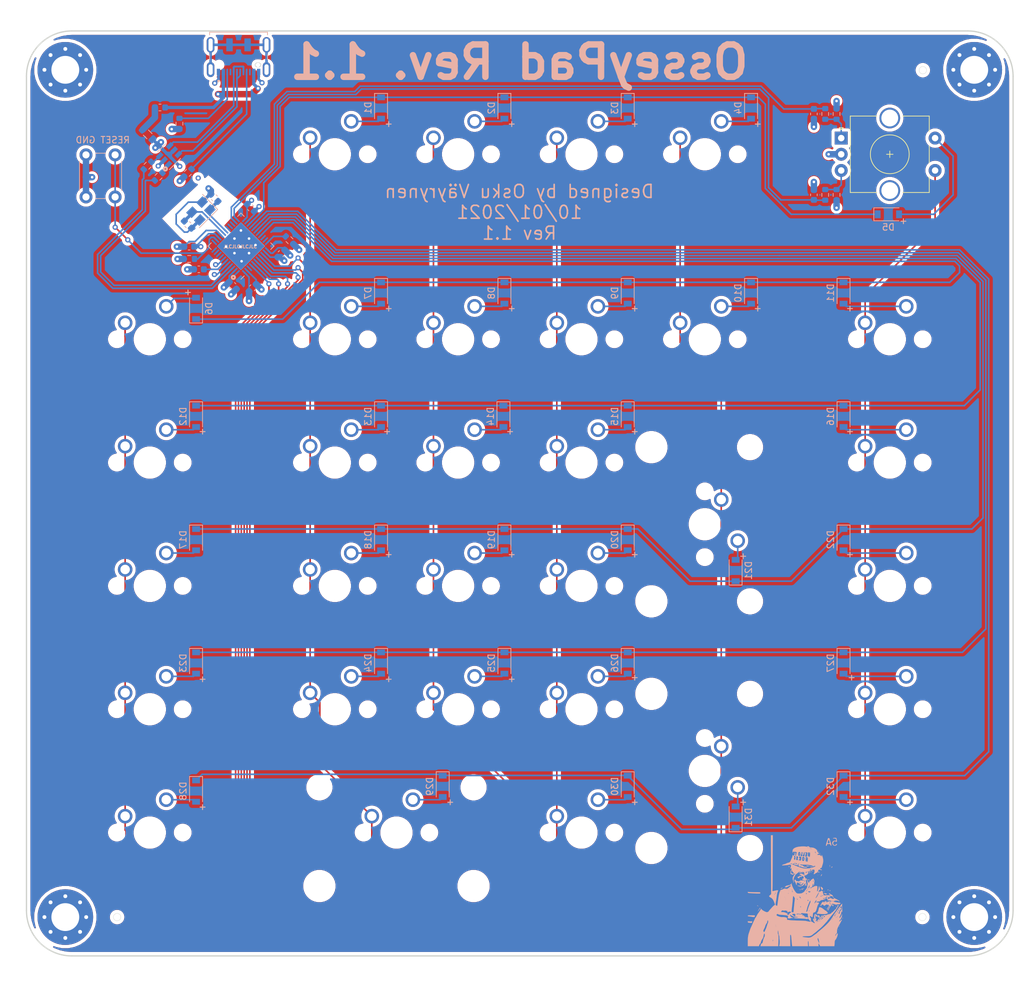
<source format=kicad_pcb>
(kicad_pcb (version 20171130) (host pcbnew "(5.1.8)-1")
  (title_block (date 2021-01-03))
  (layers (0 F.Cu signal) (1 In1.Cu_+5V power) (2 In2.Cu_GND power) (31 B.Cu signal) (34 B.Paste user) (35 F.Paste user) (36 B.SilkS user) (37 F.SilkS user) (38 B.Mask user) (39 F.Mask user) (44 Edge.Cuts user))
  (net 0 "")
  (net 1 "Net-(D1-Pad2)")
  (net 2 ROW0)
  (net 3 "Net-(D2-Pad2)")
  (net 4 "Net-(D3-Pad2)")
  (net 5 "Net-(D4-Pad2)")
  (net 6 ROW1)
  (net 7 "Net-(D6-Pad2)")
  (net 8 "Net-(D7-Pad2)")
  (net 9 "Net-(D8-Pad2)")
  (net 10 "Net-(D9-Pad2)")
  (net 11 "Net-(D10-Pad2)")
  (net 12 "Net-(D11-Pad2)")
  (net 13 ROW2)
  (net 14 "Net-(D12-Pad2)")
  (net 15 "Net-(D13-Pad2)")
  (net 16 "Net-(D14-Pad2)")
  (net 17 "Net-(D15-Pad2)")
  (net 18 "Net-(D16-Pad2)")
  (net 19 ROW3)
  (net 20 "Net-(D17-Pad2)")
  (net 21 "Net-(D18-Pad2)")
  (net 22 "Net-(D19-Pad2)")
  (net 23 "Net-(D20-Pad2)")
  (net 24 "Net-(D21-Pad2)")
  (net 25 "Net-(D22-Pad2)")
  (net 26 ROW4)
  (net 27 "Net-(D23-Pad2)")
  (net 28 "Net-(D24-Pad2)")
  (net 29 "Net-(D25-Pad2)")
  (net 30 "Net-(D26-Pad2)")
  (net 31 "Net-(D27-Pad2)")
  (net 32 ROW5)
  (net 33 "Net-(D28-Pad2)")
  (net 34 "Net-(D29-Pad2)")
  (net 35 "Net-(D30-Pad2)")
  (net 36 "Net-(D31-Pad2)")
  (net 37 COL1)
  (net 38 COL2)
  (net 39 COL3)
  (net 40 COL4)
  (net 41 COL0)
  (net 42 COL5)
  (net 43 GND)
  (net 44 +5V)
  (net 45 XTAL1)
  (net 46 XTAL2)
  (net 47 "Net-(C8-Pad1)")
  (net 48 "Net-(F1-Pad2)")
  (net 49 VCC)
  (net 50 USB_CONN_D+)
  (net 51 USB_CONN_D-)
  (net 52 D+)
  (net 53 D-)
  (net 54 RESET)
  (net 55 "Net-(R4-Pad2)")
  (net 56 "Net-(U2-Pad42)")
  (net 57 "Net-(U2-Pad32)")
  (net 58 "Net-(U2-Pad31)")
  (net 59 "Net-(U2-Pad19)")
  (net 60 "Net-(U2-Pad18)")
  (net 61 "Net-(U2-Pad12)")
  (net 62 "Net-(U2-Pad11)")
  (net 63 "Net-(U2-Pad10)")
  (net 64 "Net-(U2-Pad9)")
  (net 65 "Net-(U2-Pad8)")
  (net 66 "Net-(U2-Pad1)")
  (net 67 "Net-(D32-Pad2)")
  (net 68 ENC_1_B)
  (net 69 ENC_1_A)
  (net 70 "Net-(R5-Pad2)")
  (net 71 "Net-(R6-Pad2)")
  (net 72 "Net-(J1-PadS1)")
  (net 73 "Net-(D5-Pad2)")
  (net 74 "Net-(U2-Pad20)")
  (net 75 D_Filt_+)
  (net 76 D_Filt_-)
  (net 77 "Net-(J1-Pad9)")
  (net 78 "Net-(J1-Pad4)")
  (net 79 "Net-(J1-Pad10)")
  (net 80 "Net-(J1-Pad3)")
  (module JAE_USB_C:JAE_DX07S016JA1R1500 (layer B.Cu) (at 51.81 26.68)
    (fp_text reference J1)
    (fp_text value DX07S016JA1R1500)
    (fp_line (start 3.125 -0.315) (end 2.875 -0.315) (layer Edge.Cuts) (width 0.1))
    (fp_line (start 2.875 0.315) (end 3.125 0.315) (layer Edge.Cuts) (width 0.1))
    (fp_arc (start 2.875 0) (end 2.875 0.315) (angle 90) (layer Edge.Cuts) (width 0.1))
    (fp_arc (start 2.875 0) (end 2.56 0) (angle 90) (layer Edge.Cuts) (width 0.1))
    (fp_arc (start 3.125 0) (end 3.125 -0.315) (angle 90) (layer Edge.Cuts) (width 0.1))
    (fp_arc (start 3.125 0) (end 3.44 0) (angle 90) (layer Edge.Cuts) (width 0.1))
    (pad S6 thru_hole oval (at 4.32 -3.1) (size 1.2 2.4) (drill oval 0.65 1.95) (layers *.Cu *.Mask) (net 72 "Net-(J1-PadS1)"))
    (pad S5 thru_hole oval (at -4.32 -3.1) (size 1.2 2.4) (drill oval 0.65 1.95) (layers *.Cu *.Mask) (net 72 "Net-(J1-PadS1)"))
    (pad S4 thru_hole oval (at 4.32 0.725) (size 1.158 2.316) (drill oval 0.65 1.65) (layers *.Cu *.Mask) (net 72 "Net-(J1-PadS1)"))
    (pad S3 thru_hole oval (at -4.32 0.725) (size 1.158 2.316) (drill oval 0.65 1.65) (layers *.Cu *.Mask) (net 72 "Net-(J1-PadS1)"))
    (pad None np_thru_hole circle (at -3 0) (size 0.63 0.63) (drill 0.63) (layers *.Cu *.Mask))
    (pad S2 smd rect (at 1.4 -3.1) (size 1 2) (layers B.Cu B.Paste B.Mask) (net 72 "Net-(J1-PadS1)"))
    (pad S1 smd rect (at -1.4 -3.1) (size 1 2) (layers B.Cu B.Paste B.Mask) (net 72 "Net-(J1-PadS1)"))
    (pad None np_thru_hole circle (at 3 0) (size 0.63 0.63) (drill 0.63) (layers *.Cu *.Mask))
    (pad None np_thru_hole circle (at 3 0) (size 0.6 0.6) (drill 0.6) (layers *.Cu *.Mask))
    (pad 9 smd rect (at 1.25 1.1) (size 0.27 1) (layers B.Cu B.Paste B.Mask) (net 77 "Net-(J1-Pad9)"))
    (pad 8 smd rect (at 0.75 1.1) (size 0.27 1) (layers B.Cu B.Paste B.Mask) (net 51 USB_CONN_D-))
    (pad 7 smd rect (at 0.25 1.1) (size 0.27 1) (layers B.Cu B.Paste B.Mask) (net 50 USB_CONN_D+))
    (pad 6 smd rect (at -0.25 1.1) (size 0.27 1) (layers B.Cu B.Paste B.Mask) (net 50 USB_CONN_D+))
    (pad 5 smd rect (at -0.75 1.1) (size 0.27 1) (layers B.Cu B.Paste B.Mask) (net 51 USB_CONN_D-))
    (pad 4 smd rect (at -1.25 1.1) (size 0.27 1) (layers B.Cu B.Paste B.Mask) (net 78 "Net-(J1-Pad4)"))
    (pad 10 smd rect (at 1.75 1.1) (size 0.27 1) (layers B.Cu B.Paste B.Mask) (net 79 "Net-(J1-Pad10)"))
    (pad 3 smd rect (at -1.75 1.1) (size 0.27 1) (layers B.Cu B.Paste B.Mask) (net 80 "Net-(J1-Pad3)"))
    (pad 11 smd rect (at 2.35 1.1) (size 0.52 1) (layers B.Cu B.Paste B.Mask) (net 49 VCC))
    (pad 2 smd rect (at -2.35 1.1) (size 0.52 1) (layers B.Cu B.Paste B.Mask) (net 49 VCC))
    (pad 12 smd rect (at 3.1 1.1) (size 0.52 1) (layers B.Cu B.Paste B.Mask) (net 43 GND))
    (pad 1 smd rect (at -3.1 1.1) (size 0.52 1) (layers B.Cu B.Paste B.Mask) (net 43 GND))
  )
  (module MX_Only:MXOnly-1U-NoLED (layer F.Cu) (at 66.675 40.48125)
    (fp_text reference MX1)
    (fp_text value MX-NoLED)
    (pad 2 thru_hole circle (at 2.54 -5.08) (size 2.25 2.25) (drill 1.47) (layers *.Cu B.Mask) (net 1 "Net-(D1-Pad2)"))
    (pad "" np_thru_hole circle (at 0 0) (size 3.9878 3.9878) (drill 3.9878) (layers *.Cu *.Mask))
    (pad 1 thru_hole circle (at -3.81 -2.54) (size 2.25 2.25) (drill 1.47) (layers *.Cu B.Mask) (net 37 COL1))
    (pad "" np_thru_hole circle (at -5.08 0 48.0996) (size 1.75 1.75) (drill 1.75) (layers *.Cu *.Mask))
    (pad "" np_thru_hole circle (at 5.08 0 48.0996) (size 1.75 1.75) (drill 1.75) (layers *.Cu *.Mask))
  )
  (module MX_Only:MXOnly-1U-NoLED (layer F.Cu) (at 38.1 88.10625)
    (fp_text reference MX11)
    (fp_text value MX-NoLED)
    (pad 2 thru_hole circle (at 2.54 -5.08) (size 2.25 2.25) (drill 1.47) (layers *.Cu B.Mask) (net 14 "Net-(D12-Pad2)"))
    (pad "" np_thru_hole circle (at 0 0) (size 3.9878 3.9878) (drill 3.9878) (layers *.Cu *.Mask))
    (pad 1 thru_hole circle (at -3.81 -2.54) (size 2.25 2.25) (drill 1.47) (layers *.Cu B.Mask) (net 41 COL0))
    (pad "" np_thru_hole circle (at -5.08 0 48.0996) (size 1.75 1.75) (drill 1.75) (layers *.Cu *.Mask))
    (pad "" np_thru_hole circle (at 5.08 0 48.0996) (size 1.75 1.75) (drill 1.75) (layers *.Cu *.Mask))
  )
  (module OsseyPad:HelloToHorse (layer B.Cu) (at 137.95 154.23125 180)
    (fp_text reference G*** hide)
    (fp_text value LOGO hide)
  )
  (module Diode_SMD:D_SOD-123 (layer B.Cu) (at 152.175 49.75625)
    (fp_text reference D5 (at 0 2) (layer B.SilkS) (effects (justify mirror)))
    (fp_text value 1N4148W)
    (pad 2 smd rect (at 1.65 0) (size 0.9 1.2) (layers B.Cu B.Paste B.Mask) (net 73 "Net-(D5-Pad2)"))
    (pad 1 smd rect (at -1.65 0) (size 0.9 1.2) (layers B.Cu B.Paste B.Mask) (net 2 ROW0))
  )
  (module Rotary_Encoder:RotaryEncoder_Alps_EC11E-Switch_Vertical_H20mm_CircularMountingHoles (layer F.Cu) (at 144.895 37.98625)
    (fp_text reference SW1)
    (fp_text value Rotary_Encoder_Switch)
    (pad A thru_hole rect (at 0 0) (size 2 2) (drill 1) (layers *.Cu *.Mask) (net 70 "Net-(R5-Pad2)"))
    (pad C thru_hole circle (at 0 2.5) (size 2 2) (drill 1) (layers *.Cu *.Mask) (net 43 GND))
    (pad B thru_hole circle (at 0 5) (size 2 2) (drill 1) (layers *.Cu *.Mask) (net 71 "Net-(R6-Pad2)"))
    (pad MP thru_hole circle (at 7.5 -3.1) (size 3.2 3.2) (drill 2.6) (layers *.Cu *.Mask))
    (pad MP thru_hole circle (at 7.5 8.1) (size 3.2 3.2) (drill 2.6) (layers *.Cu *.Mask))
    (pad S2 thru_hole circle (at 14.5 0) (size 2 2) (drill 1) (layers *.Cu *.Mask) (net 73 "Net-(D5-Pad2)"))
    (pad S1 thru_hole circle (at 14.5 5) (size 2 2) (drill 1) (layers *.Cu *.Mask) (net 42 COL5))
  )
  (module Button_Switch_THT:SW_PUSH_6mm_H8mm (layer B.Cu) (at 28.24375 40.575 270)
    (fp_text reference SW2)
    (fp_text value SW_Push)
    (pad 1 thru_hole circle (at 6.5 0 180) (size 2 2) (drill 1.1) (layers *.Cu *.Mask) (net 43 GND))
    (pad 2 thru_hole circle (at 6.5 -4.5 180) (size 2 2) (drill 1.1) (layers *.Cu *.Mask) (net 54 RESET))
    (pad 1 thru_hole circle (at 0 0 180) (size 2 2) (drill 1.1) (layers *.Cu *.Mask) (net 43 GND))
    (pad 2 thru_hole circle (at 0 -4.5 180) (size 2 2) (drill 1.1) (layers *.Cu *.Mask) (net 54 RESET))
  )
  (module Resistor_SMD:R_0603_1608Metric (layer B.Cu) (at 43.975 43.35625 45)
    (fp_text reference R11)
    (fp_text value 5K1)
    (pad 2 smd roundrect (at 0.825 0 45) (size 0.8 0.95) (layers B.Cu B.Paste B.Mask) (net 77 "Net-(J1-Pad9)"))
    (pad 1 smd roundrect (at -0.825 0 45) (size 0.8 0.95) (layers B.Cu B.Paste B.Mask) (net 43 GND))
  )
  (module Resistor_SMD:R_0603_1608Metric (layer B.Cu) (at 42.675 35.75625 90)
    (fp_text reference R10)
    (fp_text value 5K1)
    (pad 2 smd roundrect (at 0.825 0 90) (size 0.8 0.95) (layers B.Cu B.Paste B.Mask) (net 80 "Net-(J1-Pad3)"))
    (pad 1 smd roundrect (at -0.825 0 90) (size 0.8 0.95) (layers B.Cu B.Paste B.Mask) (net 43 GND))
  )
  (module Inductor_SMD:L_0805_2012Metric (layer B.Cu) (at 37.772918 37.415691 135)
    (fp_text reference FB1)
    (fp_text value "100 @ 100 MHz")
    (pad 2 smd roundrect (at 1.0625 0 135) (size 0.875 1.2) (layers B.Cu B.Paste B.Mask) (net 48 "Net-(F1-Pad2)"))
    (pad 1 smd roundrect (at -1.0625 0 135) (size 0.875 1.2) (layers B.Cu B.Paste B.Mask) (net 44 +5V))
  )
  (module Fuse:Fuse_0603_1608Metric (layer B.Cu) (at 39.675 33.25625 180)
    (fp_text reference F1)
    (fp_text value 500mA)
    (pad 2 smd roundrect (at 0.7875 0 180) (size 0.875 0.95) (layers B.Cu B.Paste B.Mask) (net 48 "Net-(F1-Pad2)"))
    (pad 1 smd roundrect (at -0.7875 0 180) (size 0.875 0.95) (layers B.Cu B.Paste B.Mask) (net 49 VCC))
  )
  (module Resistor_SMD:R_0603_1608Metric (layer B.Cu) (at 142.425 46.75625 270)
    (fp_text reference R8)
    (fp_text value 10K)
    (pad 2 smd roundrect (at 0.825 0 270) (size 0.8 0.95) (layers B.Cu B.Paste B.Mask) (net 68 ENC_1_B))
    (pad 1 smd roundrect (at -0.825 0 270) (size 0.8 0.95) (layers B.Cu B.Paste B.Mask) (net 71 "Net-(R6-Pad2)"))
  )
  (module Resistor_SMD:R_0603_1608Metric (layer B.Cu) (at 142.425 34.25625 90)
    (fp_text reference R7)
    (fp_text value 10K)
    (pad 2 smd roundrect (at 0.825 0 90) (size 0.8 0.95) (layers B.Cu B.Paste B.Mask) (net 69 ENC_1_A))
    (pad 1 smd roundrect (at -0.825 0 90) (size 0.8 0.95) (layers B.Cu B.Paste B.Mask) (net 70 "Net-(R5-Pad2)"))
  )
  (module Resistor_SMD:R_0603_1608Metric (layer B.Cu) (at 144.175 46.75625 90)
    (fp_text reference R6)
    (fp_text value 10K)
    (pad 2 smd roundrect (at 0.825 0 90) (size 0.8 0.95) (layers B.Cu B.Paste B.Mask) (net 71 "Net-(R6-Pad2)"))
    (pad 1 smd roundrect (at -0.825 0 90) (size 0.8 0.95) (layers B.Cu B.Paste B.Mask) (net 44 +5V))
  )
  (module Resistor_SMD:R_0603_1608Metric (layer B.Cu) (at 144.175 34.25625 270)
    (fp_text reference R5)
    (fp_text value 10K)
    (pad 2 smd roundrect (at 0.825 0 270) (size 0.8 0.95) (layers B.Cu B.Paste B.Mask) (net 70 "Net-(R5-Pad2)"))
    (pad 1 smd roundrect (at -0.825 0 270) (size 0.8 0.95) (layers B.Cu B.Paste B.Mask) (net 44 +5V))
  )
  (module Capacitor_SMD:C_0603_1608Metric (layer B.Cu) (at 140.675 34.25625 270)
    (fp_text reference C10)
    (fp_text value 100n)
    (pad 2 smd roundrect (at 0.775 0 270) (size 0.9 0.95) (layers B.Cu B.Paste B.Mask) (net 43 GND))
    (pad 1 smd roundrect (at -0.775 0 270) (size 0.9 0.95) (layers B.Cu B.Paste B.Mask) (net 69 ENC_1_A))
  )
  (module Capacitor_SMD:C_0603_1608Metric (layer B.Cu) (at 140.675 46.75625 90)
    (fp_text reference C9)
    (fp_text value 100n)
    (pad 2 smd roundrect (at 0.775 0 90) (size 0.9 0.95) (layers B.Cu B.Paste B.Mask) (net 43 GND))
    (pad 1 smd roundrect (at -0.775 0 90) (size 0.9 0.95) (layers B.Cu B.Paste B.Mask) (net 68 ENC_1_B))
  )
  (module MX_Only:MXOnly-1U-NoLED (layer F.Cu) (at 38.1 69.05625)
    (fp_text reference MX5)
    (fp_text value MX-NoLED)
    (pad 2 thru_hole circle (at 2.54 -5.08) (size 2.25 2.25) (drill 1.47) (layers *.Cu B.Mask) (net 7 "Net-(D6-Pad2)"))
    (pad "" np_thru_hole circle (at 0 0) (size 3.9878 3.9878) (drill 3.9878) (layers *.Cu *.Mask))
    (pad 1 thru_hole circle (at -3.81 -2.54) (size 2.25 2.25) (drill 1.47) (layers *.Cu B.Mask) (net 41 COL0))
    (pad "" np_thru_hole circle (at -5.08 0 48.0996) (size 1.75 1.75) (drill 1.75) (layers *.Cu *.Mask))
    (pad "" np_thru_hole circle (at 5.08 0 48.0996) (size 1.75 1.75) (drill 1.75) (layers *.Cu *.Mask))
  )
  (module Capacitor_SMD:C_0603_1608Metric (layer B.Cu) (at 50.925 60.75625 315)
    (fp_text reference C4)
    (fp_text value 0.1uF)
    (pad 2 smd roundrect (at 0.775 0 315) (size 0.9 0.95) (layers B.Cu B.Paste B.Mask) (net 43 GND))
    (pad 1 smd roundrect (at -0.775 0 315) (size 0.9 0.95) (layers B.Cu B.Paste B.Mask) (net 44 +5V))
  )
  (module Crystal:Crystal_SMD_3225-4Pin_3.2x2.5mm (layer B.Cu) (at 45.998223 49.256429 225)
    (fp_text reference Y1)
    (fp_text value 16MHz)
    (pad 4 smd rect (at -1.1 0.85 225) (size 1.4 1.2) (layers B.Cu B.Paste B.Mask) (net 43 GND))
    (pad 3 smd rect (at 1.1 0.85 225) (size 1.4 1.2) (layers B.Cu B.Paste B.Mask) (net 46 XTAL2))
    (pad 2 smd rect (at 1.1 -0.85 225) (size 1.4 1.2) (layers B.Cu B.Paste B.Mask) (net 43 GND))
    (pad 1 smd rect (at -1.1 -0.85 225) (size 1.4 1.2) (layers B.Cu B.Paste B.Mask) (net 45 XTAL1))
  )
  (module Package_TO_SOT_SMD:SOT-23-6 (layer B.Cu) (at 41.075107 40.618885 45)
    (fp_text reference U1)
    (fp_text value USBLC6-2SC6)
    (pad 5 smd rect (at 1.1 0 45) (size 1.06 0.65) (layers B.Cu B.Paste B.Mask) (net 44 +5V))
    (pad 6 smd rect (at 1.1 0.95 45) (size 1.06 0.65) (layers B.Cu B.Paste B.Mask) (net 50 USB_CONN_D+))
    (pad 4 smd rect (at 1.1 -0.95 45) (size 1.06 0.65) (layers B.Cu B.Paste B.Mask) (net 51 USB_CONN_D-))
    (pad 3 smd rect (at -1.1 -0.95 45) (size 1.06 0.65) (layers B.Cu B.Paste B.Mask) (net 53 D-))
    (pad 2 smd rect (at -1.1 0 45) (size 1.06 0.65) (layers B.Cu B.Paste B.Mask) (net 43 GND))
    (pad 1 smd rect (at -1.1 0.95 45) (size 1.06 0.65) (layers B.Cu B.Paste B.Mask) (net 52 D+))
  )
  (module Package_DFN_QFN:QFN-44-1EP_7x7mm_P0.5mm_EP5.2x5.2mm (layer B.Cu) (at 52.175 54.675489 45)
    (fp_text reference U2)
    (fp_text value ATmega32U4-MU)
    (pad 45 smd rect (at 0 0 45) (size 5.2 5.2) (layers B.Cu B.Mask) (net 43 GND))
    (pad 44 smd roundrect (at -2.5 3.3375 45) (size 0.25 1.075) (layers B.Cu B.Paste B.Mask) (net 44 +5V))
    (pad 43 smd roundrect (at -2 3.3375 45) (size 0.25 1.075) (layers B.Cu B.Paste B.Mask) (net 43 GND))
    (pad 42 smd roundrect (at -1.5 3.3375 45) (size 0.25 1.075) (layers B.Cu B.Paste B.Mask) (net 56 "Net-(U2-Pad42)"))
    (pad 41 smd roundrect (at -1 3.3375 45) (size 0.25 1.075) (layers B.Cu B.Paste B.Mask) (net 41 COL0))
    (pad 40 smd roundrect (at -0.5 3.3375 45) (size 0.25 1.075) (layers B.Cu B.Paste B.Mask) (net 42 COL5))
    (pad 39 smd roundrect (at 0 3.3375 45) (size 0.25 1.075) (layers B.Cu B.Paste B.Mask) (net 40 COL4))
    (pad 38 smd roundrect (at 0.5 3.3375 45) (size 0.25 1.075) (layers B.Cu B.Paste B.Mask) (net 39 COL3))
    (pad 37 smd roundrect (at 1 3.3375 45) (size 0.25 1.075) (layers B.Cu B.Paste B.Mask) (net 38 COL2))
    (pad 36 smd roundrect (at 1.5 3.3375 45) (size 0.25 1.075) (layers B.Cu B.Paste B.Mask) (net 37 COL1))
    (pad 35 smd roundrect (at 2 3.3375 45) (size 0.25 1.075) (layers B.Cu B.Paste B.Mask) (net 43 GND))
    (pad 34 smd roundrect (at 2.5 3.3375 45) (size 0.25 1.075) (layers B.Cu B.Paste B.Mask) (net 44 +5V))
    (pad 33 smd roundrect (at 3.3375 2.5 45) (size 1.075 0.25) (layers B.Cu B.Paste B.Mask) (net 55 "Net-(R4-Pad2)"))
    (pad 32 smd roundrect (at 3.3375 2 45) (size 1.075 0.25) (layers B.Cu B.Paste B.Mask) (net 57 "Net-(U2-Pad32)"))
    (pad 31 smd roundrect (at 3.3375 1.5 45) (size 1.075 0.25) (layers B.Cu B.Paste B.Mask) (net 58 "Net-(U2-Pad31)"))
    (pad 30 smd roundrect (at 3.3375 1 45) (size 1.075 0.25) (layers B.Cu B.Paste B.Mask) (net 6 ROW1))
    (pad 29 smd roundrect (at 3.3375 0.5 45) (size 1.075 0.25) (layers B.Cu B.Paste B.Mask) (net 13 ROW2))
    (pad 28 smd roundrect (at 3.3375 0 45) (size 1.075 0.25) (layers B.Cu B.Paste B.Mask) (net 19 ROW3))
    (pad 27 smd roundrect (at 3.3375 -0.5 45) (size 1.075 0.25) (layers B.Cu B.Paste B.Mask) (net 26 ROW4))
    (pad 26 smd roundrect (at 3.3375 -1 45) (size 1.075 0.25) (layers B.Cu B.Paste B.Mask) (net 32 ROW5))
    (pad 25 smd roundrect (at 3.3375 -1.5 45) (size 1.075 0.25) (layers B.Cu B.Paste B.Mask) (net 2 ROW0))
    (pad 24 smd roundrect (at 3.3375 -2 45) (size 1.075 0.25) (layers B.Cu B.Paste B.Mask) (net 44 +5V))
    (pad 23 smd roundrect (at 3.3375 -2.5 45) (size 1.075 0.25) (layers B.Cu B.Paste B.Mask) (net 43 GND))
    (pad 22 smd roundrect (at 2.5 -3.3375 45) (size 0.25 1.075) (layers B.Cu B.Paste B.Mask) (net 68 ENC_1_B))
    (pad 21 smd roundrect (at 2 -3.3375 45) (size 0.25 1.075) (layers B.Cu B.Paste B.Mask) (net 69 ENC_1_A))
    (pad 20 smd roundrect (at 1.5 -3.3375 45) (size 0.25 1.075) (layers B.Cu B.Paste B.Mask) (net 74 "Net-(U2-Pad20)"))
    (pad 19 smd roundrect (at 1 -3.3375 45) (size 0.25 1.075) (layers B.Cu B.Paste B.Mask) (net 59 "Net-(U2-Pad19)"))
    (pad 18 smd roundrect (at 0.5 -3.3375 45) (size 0.25 1.075) (layers B.Cu B.Paste B.Mask) (net 60 "Net-(U2-Pad18)"))
    (pad 17 smd roundrect (at 0 -3.3375 45) (size 0.25 1.075) (layers B.Cu B.Paste B.Mask) (net 45 XTAL1))
    (pad 16 smd roundrect (at -0.5 -3.3375 45) (size 0.25 1.075) (layers B.Cu B.Paste B.Mask) (net 46 XTAL2))
    (pad 15 smd roundrect (at -1 -3.3375 45) (size 0.25 1.075) (layers B.Cu B.Paste B.Mask) (net 43 GND))
    (pad 14 smd roundrect (at -1.5 -3.3375 45) (size 0.25 1.075) (layers B.Cu B.Paste B.Mask) (net 44 +5V))
    (pad 13 smd roundrect (at -2 -3.3375 45) (size 0.25 1.075) (layers B.Cu B.Paste B.Mask) (net 54 RESET))
    (pad 12 smd roundrect (at -2.5 -3.3375 45) (size 0.25 1.075) (layers B.Cu B.Paste B.Mask) (net 61 "Net-(U2-Pad12)"))
    (pad 11 smd roundrect (at -3.3375 -2.5 45) (size 1.075 0.25) (layers B.Cu B.Paste B.Mask) (net 62 "Net-(U2-Pad11)"))
    (pad 10 smd roundrect (at -3.3375 -2 45) (size 1.075 0.25) (layers B.Cu B.Paste B.Mask) (net 63 "Net-(U2-Pad10)"))
    (pad 9 smd roundrect (at -3.3375 -1.5 45) (size 1.075 0.25) (layers B.Cu B.Paste B.Mask) (net 64 "Net-(U2-Pad9)"))
    (pad 8 smd roundrect (at -3.3375 -1 45) (size 1.075 0.25) (layers B.Cu B.Paste B.Mask) (net 65 "Net-(U2-Pad8)"))
    (pad 7 smd roundrect (at -3.3375 -0.5 45) (size 1.075 0.25) (layers B.Cu B.Paste B.Mask) (net 44 +5V))
    (pad 6 smd roundrect (at -3.3375 0 45) (size 1.075 0.25) (layers B.Cu B.Paste B.Mask) (net 47 "Net-(C8-Pad1)"))
    (pad 5 smd roundrect (at -3.3375 0.5 45) (size 1.075 0.25) (layers B.Cu B.Paste B.Mask) (net 43 GND))
    (pad 4 smd roundrect (at -3.3375 1 45) (size 1.075 0.25) (layers B.Cu B.Paste B.Mask) (net 75 D_Filt_+))
    (pad 3 smd roundrect (at -3.3375 1.5 45) (size 1.075 0.25) (layers B.Cu B.Paste B.Mask) (net 76 D_Filt_-))
    (pad 2 smd roundrect (at -3.3375 2 45) (size 1.075 0.25) (layers B.Cu B.Paste B.Mask) (net 44 +5V))
    (pad 1 smd roundrect (at -3.3375 2.5 45) (size 1.075 0.25) (layers B.Cu B.Paste B.Mask) (net 66 "Net-(U2-Pad1)"))
  )
  (module Resistor_SMD:R_0603_1608Metric (layer B.Cu) (at 59.675 53.75625 135)
    (fp_text reference R4)
    (fp_text value 10k)
    (pad 2 smd roundrect (at 0.825 0 135) (size 0.8 0.95) (layers B.Cu B.Paste B.Mask) (net 55 "Net-(R4-Pad2)"))
    (pad 1 smd roundrect (at -0.825 0 135) (size 0.8 0.95) (layers B.Cu B.Paste B.Mask) (net 43 GND))
  )
  (module Resistor_SMD:R_0603_1608Metric (layer B.Cu) (at 44.175 56.65625 180)
    (fp_text reference R1)
    (fp_text value 10k)
    (pad 2 smd roundrect (at 0.825 0 180) (size 0.8 0.95) (layers B.Cu B.Paste B.Mask) (net 44 +5V))
    (pad 1 smd roundrect (at -0.825 0 180) (size 0.8 0.95) (layers B.Cu B.Paste B.Mask) (net 54 RESET))
  )
  (module Resistor_SMD:R_0603_1608Metric (layer B.Cu) (at 37.751705 42.24523 45)
    (fp_text reference R3)
    (fp_text value 22)
    (pad 2 smd roundrect (at 0.825 0 45) (size 0.8 0.95) (layers B.Cu B.Paste B.Mask) (net 53 D-))
    (pad 1 smd roundrect (at -0.825 0 45) (size 0.8 0.95) (layers B.Cu B.Paste B.Mask) (net 76 D_Filt_-))
  )
  (module Resistor_SMD:R_0603_1608Metric (layer B.Cu) (at 39.448762 43.942286 45)
    (fp_text reference R2)
    (fp_text value 22)
    (pad 2 smd roundrect (at 0.825 0 45) (size 0.8 0.95) (layers B.Cu B.Paste B.Mask) (net 52 D+))
    (pad 1 smd roundrect (at -0.825 0 45) (size 0.8 0.95) (layers B.Cu B.Paste B.Mask) (net 75 D_Filt_+))
  )
  (module Capacitor_SMD:C_0603_1608Metric (layer B.Cu) (at 45.675 58.25625 180)
    (fp_text reference C8)
    (fp_text value 1uF)
    (pad 2 smd roundrect (at 0.775 0 180) (size 0.9 0.95) (layers B.Cu B.Paste B.Mask) (net 43 GND))
    (pad 1 smd roundrect (at -0.775 0 180) (size 0.9 0.95) (layers B.Cu B.Paste B.Mask) (net 47 "Net-(C8-Pad1)"))
  )
  (module Capacitor_SMD:C_0603_1608Metric (layer B.Cu) (at 43.975 51.35625 315)
    (fp_text reference C7)
    (fp_text value 15pF)
    (pad 2 smd roundrect (at 0.775 0 315) (size 0.9 0.95) (layers B.Cu B.Paste B.Mask) (net 43 GND))
    (pad 1 smd roundrect (at -0.775 0 315) (size 0.9 0.95) (layers B.Cu B.Paste B.Mask) (net 46 XTAL2))
  )
  (module Capacitor_SMD:C_0603_1608Metric (layer B.Cu) (at 48.075 47.20625 135)
    (fp_text reference C6)
    (fp_text value 15pF)
    (pad 2 smd roundrect (at 0.775 0 135) (size 0.9 0.95) (layers B.Cu B.Paste B.Mask) (net 43 GND))
    (pad 1 smd roundrect (at -0.775 0 135) (size 0.9 0.95) (layers B.Cu B.Paste B.Mask) (net 45 XTAL1))
  )
  (module Capacitor_SMD:C_0603_1608Metric (layer B.Cu) (at 53.975 61.10625 45)
    (fp_text reference C5)
    (fp_text value 10uF)
    (pad 2 smd roundrect (at 0.775 0 45) (size 0.9 0.95) (layers B.Cu B.Paste B.Mask) (net 43 GND))
    (pad 1 smd roundrect (at -0.775 0 45) (size 0.9 0.95) (layers B.Cu B.Paste B.Mask) (net 44 +5V))
  )
  (module Capacitor_SMD:C_0603_1608Metric (layer B.Cu) (at 53.675 48.75625 135)
    (fp_text reference C3)
    (fp_text value 0.1uF)
    (pad 1 smd roundrect (at -0.775 0 135) (size 0.9 0.95) (layers B.Cu B.Paste B.Mask) (net 44 +5V))
    (pad 2 smd roundrect (at 0.775 0 135) (size 0.9 0.95) (layers B.Cu B.Paste B.Mask) (net 43 GND))
  )
  (module Capacitor_SMD:C_0603_1608Metric (layer B.Cu) (at 44.175 54.75625 180)
    (fp_text reference C2)
    (fp_text value 0.1uF)
    (pad 2 smd roundrect (at 0.775 0 180) (size 0.9 0.95) (layers B.Cu B.Paste B.Mask) (net 43 GND))
    (pad 1 smd roundrect (at -0.775 0 180) (size 0.9 0.95) (layers B.Cu B.Paste B.Mask) (net 44 +5V))
  )
  (module Capacitor_SMD:C_0603_1608Metric (layer B.Cu) (at 58.39 55.83 225)
    (fp_text reference C1)
    (fp_text value 0.1uF)
    (pad 2 smd roundrect (at 0.775 0 225) (size 0.9 0.95) (layers B.Cu B.Paste B.Mask) (net 43 GND))
    (pad 1 smd roundrect (at -0.775 0 225) (size 0.9 0.95) (layers B.Cu B.Paste B.Mask) (net 44 +5V))
  )
  (module MX_Only:MXOnly-2U-NoLED (layer F.Cu) (at 76.2 145.25625)
    (fp_text reference MX28)
    (fp_text value MX-NoLED)
    (pad 2 thru_hole circle (at 2.54 -5.08) (size 2.25 2.25) (drill 1.47) (layers *.Cu B.Mask) (net 34 "Net-(D29-Pad2)"))
    (pad "" np_thru_hole circle (at 0 0) (size 3.9878 3.9878) (drill 3.9878) (layers *.Cu *.Mask))
    (pad 1 thru_hole circle (at -3.81 -2.54) (size 2.25 2.25) (drill 1.47) (layers *.Cu B.Mask) (net 37 COL1))
    (pad "" np_thru_hole circle (at -5.08 0 48.0996) (size 1.75 1.75) (drill 1.75) (layers *.Cu *.Mask))
    (pad "" np_thru_hole circle (at 5.08 0 48.0996) (size 1.75 1.75) (drill 1.75) (layers *.Cu *.Mask))
    (pad "" np_thru_hole circle (at -11.90625 -6.985) (size 3.048 3.048) (drill 3.048) (layers *.Cu *.Mask))
    (pad "" np_thru_hole circle (at 11.90625 -6.985) (size 3.048 3.048) (drill 3.048) (layers *.Cu *.Mask))
    (pad "" np_thru_hole circle (at -11.90625 8.255) (size 3.9878 3.9878) (drill 3.9878) (layers *.Cu *.Mask))
    (pad "" np_thru_hole circle (at 11.90625 8.255) (size 3.9878 3.9878) (drill 3.9878) (layers *.Cu *.Mask))
  )
  (module MountingHole:MountingHole_4.3mm_M4_Pad_Via (layer F.Cu) (at 165.44 158.31)
    (fp_text reference H4)
    (fp_text value MountingHole_Pad)
    (pad 1 thru_hole circle (at 2.280419 -2.280419) (size 0.9 0.9) (drill 0.6) (layers *.Cu *.Mask) (net 43 GND))
    (pad 1 thru_hole circle (at 0 -3.225) (size 0.9 0.9) (drill 0.6) (layers *.Cu *.Mask) (net 43 GND))
    (pad 1 thru_hole circle (at -2.280419 -2.280419) (size 0.9 0.9) (drill 0.6) (layers *.Cu *.Mask) (net 43 GND))
    (pad 1 thru_hole circle (at -3.225 0) (size 0.9 0.9) (drill 0.6) (layers *.Cu *.Mask) (net 43 GND))
    (pad 1 thru_hole circle (at -2.280419 2.280419) (size 0.9 0.9) (drill 0.6) (layers *.Cu *.Mask) (net 43 GND))
    (pad 1 thru_hole circle (at 0 3.225) (size 0.9 0.9) (drill 0.6) (layers *.Cu *.Mask) (net 43 GND))
    (pad 1 thru_hole circle (at 2.280419 2.280419) (size 0.9 0.9) (drill 0.6) (layers *.Cu *.Mask) (net 43 GND))
    (pad 1 thru_hole circle (at 3.225 0) (size 0.9 0.9) (drill 0.6) (layers *.Cu *.Mask) (net 43 GND))
    (pad 1 thru_hole circle (at 0 0) (size 8.6 8.6) (drill 4.3) (layers *.Cu *.Mask) (net 43 GND))
  )
  (module MountingHole:MountingHole_4.3mm_M4_Pad_Via (layer F.Cu) (at 25.05 158.31)
    (fp_text reference H3)
    (fp_text value MountingHole_Pad)
    (pad 1 thru_hole circle (at 2.280419 -2.280419) (size 0.9 0.9) (drill 0.6) (layers *.Cu *.Mask) (net 43 GND))
    (pad 1 thru_hole circle (at 0 -3.225) (size 0.9 0.9) (drill 0.6) (layers *.Cu *.Mask) (net 43 GND))
    (pad 1 thru_hole circle (at -2.280419 -2.280419) (size 0.9 0.9) (drill 0.6) (layers *.Cu *.Mask) (net 43 GND))
    (pad 1 thru_hole circle (at -3.225 0) (size 0.9 0.9) (drill 0.6) (layers *.Cu *.Mask) (net 43 GND))
    (pad 1 thru_hole circle (at -2.280419 2.280419) (size 0.9 0.9) (drill 0.6) (layers *.Cu *.Mask) (net 43 GND))
    (pad 1 thru_hole circle (at 0 3.225) (size 0.9 0.9) (drill 0.6) (layers *.Cu *.Mask) (net 43 GND))
    (pad 1 thru_hole circle (at 2.280419 2.280419) (size 0.9 0.9) (drill 0.6) (layers *.Cu *.Mask) (net 43 GND))
    (pad 1 thru_hole circle (at 3.225 0) (size 0.9 0.9) (drill 0.6) (layers *.Cu *.Mask) (net 43 GND))
    (pad 1 thru_hole circle (at 0 0) (size 8.6 8.6) (drill 4.3) (layers *.Cu *.Mask) (net 43 GND))
  )
  (module MountingHole:MountingHole_4.3mm_M4_Pad_Via (layer F.Cu) (at 165.44 27.44)
    (fp_text reference H2)
    (fp_text value MountingHole_Pad)
    (pad 1 thru_hole circle (at 2.280419 -2.280419) (size 0.9 0.9) (drill 0.6) (layers *.Cu *.Mask) (net 43 GND))
    (pad 1 thru_hole circle (at 0 -3.225) (size 0.9 0.9) (drill 0.6) (layers *.Cu *.Mask) (net 43 GND))
    (pad 1 thru_hole circle (at -2.280419 -2.280419) (size 0.9 0.9) (drill 0.6) (layers *.Cu *.Mask) (net 43 GND))
    (pad 1 thru_hole circle (at -3.225 0) (size 0.9 0.9) (drill 0.6) (layers *.Cu *.Mask) (net 43 GND))
    (pad 1 thru_hole circle (at -2.280419 2.280419) (size 0.9 0.9) (drill 0.6) (layers *.Cu *.Mask) (net 43 GND))
    (pad 1 thru_hole circle (at 0 3.225) (size 0.9 0.9) (drill 0.6) (layers *.Cu *.Mask) (net 43 GND))
    (pad 1 thru_hole circle (at 2.280419 2.280419) (size 0.9 0.9) (drill 0.6) (layers *.Cu *.Mask) (net 43 GND))
    (pad 1 thru_hole circle (at 3.225 0) (size 0.9 0.9) (drill 0.6) (layers *.Cu *.Mask) (net 43 GND))
    (pad 1 thru_hole circle (at 0 0) (size 8.6 8.6) (drill 4.3) (layers *.Cu *.Mask) (net 43 GND))
  )
  (module MountingHole:MountingHole_4.3mm_M4_Pad_Via (layer F.Cu) (at 25.05 27.44)
    (fp_text reference H1)
    (fp_text value MountingHole_Pad)
    (pad 1 thru_hole circle (at 2.280419 -2.280419) (size 0.9 0.9) (drill 0.6) (layers *.Cu *.Mask) (net 43 GND))
    (pad 1 thru_hole circle (at 0 -3.225) (size 0.9 0.9) (drill 0.6) (layers *.Cu *.Mask) (net 43 GND))
    (pad 1 thru_hole circle (at -2.280419 -2.280419) (size 0.9 0.9) (drill 0.6) (layers *.Cu *.Mask) (net 43 GND))
    (pad 1 thru_hole circle (at -3.225 0) (size 0.9 0.9) (drill 0.6) (layers *.Cu *.Mask) (net 43 GND))
    (pad 1 thru_hole circle (at -2.280419 2.280419) (size 0.9 0.9) (drill 0.6) (layers *.Cu *.Mask) (net 43 GND))
    (pad 1 thru_hole circle (at 0 3.225) (size 0.9 0.9) (drill 0.6) (layers *.Cu *.Mask) (net 43 GND))
    (pad 1 thru_hole circle (at 2.280419 2.280419) (size 0.9 0.9) (drill 0.6) (layers *.Cu *.Mask) (net 43 GND))
    (pad 1 thru_hole circle (at 3.225 0) (size 0.9 0.9) (drill 0.6) (layers *.Cu *.Mask) (net 43 GND))
    (pad 1 thru_hole circle (at 0 0) (size 8.6 8.6) (drill 4.3) (layers *.Cu *.Mask) (net 43 GND))
  )
  (module MX_Only:MXOnly-1U-NoLED (layer F.Cu) (at 152.4 145.25625)
    (fp_text reference MX31)
    (fp_text value MX-NoLED)
    (pad 2 thru_hole circle (at 2.54 -5.08) (size 2.25 2.25) (drill 1.47) (layers *.Cu B.Mask) (net 67 "Net-(D32-Pad2)"))
    (pad "" np_thru_hole circle (at 0 0) (size 3.9878 3.9878) (drill 3.9878) (layers *.Cu *.Mask))
    (pad 1 thru_hole circle (at -3.81 -2.54) (size 2.25 2.25) (drill 1.47) (layers *.Cu B.Mask) (net 42 COL5))
    (pad "" np_thru_hole circle (at -5.08 0 48.0996) (size 1.75 1.75) (drill 1.75) (layers *.Cu *.Mask))
    (pad "" np_thru_hole circle (at 5.08 0 48.0996) (size 1.75 1.75) (drill 1.75) (layers *.Cu *.Mask))
  )
  (module MX_Only:MXOnly-2U-NoLED (layer F.Cu) (at 123.825 135.73125 270)
    (fp_text reference MX30)
    (fp_text value MX-NoLED)
    (pad 2 thru_hole circle (at 2.54 -5.08 270) (size 2.25 2.25) (drill 1.47) (layers *.Cu B.Mask) (net 36 "Net-(D31-Pad2)"))
    (pad "" np_thru_hole circle (at 0 0 270) (size 3.9878 3.9878) (drill 3.9878) (layers *.Cu *.Mask))
    (pad 1 thru_hole circle (at -3.81 -2.54 270) (size 2.25 2.25) (drill 1.47) (layers *.Cu B.Mask) (net 40 COL4))
    (pad "" np_thru_hole circle (at -5.08 0 318.0996) (size 1.75 1.75) (drill 1.75) (layers *.Cu *.Mask))
    (pad "" np_thru_hole circle (at 5.08 0 318.0996) (size 1.75 1.75) (drill 1.75) (layers *.Cu *.Mask))
    (pad "" np_thru_hole circle (at -11.90625 -6.985 270) (size 3.048 3.048) (drill 3.048) (layers *.Cu *.Mask))
    (pad "" np_thru_hole circle (at 11.90625 -6.985 270) (size 3.048 3.048) (drill 3.048) (layers *.Cu *.Mask))
    (pad "" np_thru_hole circle (at -11.90625 8.255 270) (size 3.9878 3.9878) (drill 3.9878) (layers *.Cu *.Mask))
    (pad "" np_thru_hole circle (at 11.90625 8.255 270) (size 3.9878 3.9878) (drill 3.9878) (layers *.Cu *.Mask))
  )
  (module MX_Only:MXOnly-1U-NoLED (layer F.Cu) (at 104.775 145.25625)
    (fp_text reference MX29)
    (fp_text value MX-NoLED)
    (pad 2 thru_hole circle (at 2.54 -5.08) (size 2.25 2.25) (drill 1.47) (layers *.Cu B.Mask) (net 35 "Net-(D30-Pad2)"))
    (pad "" np_thru_hole circle (at 0 0) (size 3.9878 3.9878) (drill 3.9878) (layers *.Cu *.Mask))
    (pad 1 thru_hole circle (at -3.81 -2.54) (size 2.25 2.25) (drill 1.47) (layers *.Cu B.Mask) (net 39 COL3))
    (pad "" np_thru_hole circle (at -5.08 0 48.0996) (size 1.75 1.75) (drill 1.75) (layers *.Cu *.Mask))
    (pad "" np_thru_hole circle (at 5.08 0 48.0996) (size 1.75 1.75) (drill 1.75) (layers *.Cu *.Mask))
  )
  (module MX_Only:MXOnly-1U-NoLED (layer F.Cu) (at 38.1 145.25625)
    (fp_text reference MX27)
    (fp_text value MX-NoLED)
    (pad 2 thru_hole circle (at 2.54 -5.08) (size 2.25 2.25) (drill 1.47) (layers *.Cu B.Mask) (net 33 "Net-(D28-Pad2)"))
    (pad "" np_thru_hole circle (at 0 0) (size 3.9878 3.9878) (drill 3.9878) (layers *.Cu *.Mask))
    (pad 1 thru_hole circle (at -3.81 -2.54) (size 2.25 2.25) (drill 1.47) (layers *.Cu B.Mask) (net 41 COL0))
    (pad "" np_thru_hole circle (at -5.08 0 48.0996) (size 1.75 1.75) (drill 1.75) (layers *.Cu *.Mask))
    (pad "" np_thru_hole circle (at 5.08 0 48.0996) (size 1.75 1.75) (drill 1.75) (layers *.Cu *.Mask))
  )
  (module MX_Only:MXOnly-1U-NoLED (layer F.Cu) (at 152.4 126.20625)
    (fp_text reference MX26)
    (fp_text value MX-NoLED)
    (pad 2 thru_hole circle (at 2.54 -5.08) (size 2.25 2.25) (drill 1.47) (layers *.Cu B.Mask) (net 31 "Net-(D27-Pad2)"))
    (pad "" np_thru_hole circle (at 0 0) (size 3.9878 3.9878) (drill 3.9878) (layers *.Cu *.Mask))
    (pad 1 thru_hole circle (at -3.81 -2.54) (size 2.25 2.25) (drill 1.47) (layers *.Cu B.Mask) (net 42 COL5))
    (pad "" np_thru_hole circle (at -5.08 0 48.0996) (size 1.75 1.75) (drill 1.75) (layers *.Cu *.Mask))
    (pad "" np_thru_hole circle (at 5.08 0 48.0996) (size 1.75 1.75) (drill 1.75) (layers *.Cu *.Mask))
  )
  (module MX_Only:MXOnly-1U-NoLED (layer F.Cu) (at 104.775 126.20625)
    (fp_text reference MX25)
    (fp_text value MX-NoLED)
    (pad 2 thru_hole circle (at 2.54 -5.08) (size 2.25 2.25) (drill 1.47) (layers *.Cu B.Mask) (net 30 "Net-(D26-Pad2)"))
    (pad "" np_thru_hole circle (at 0 0) (size 3.9878 3.9878) (drill 3.9878) (layers *.Cu *.Mask))
    (pad 1 thru_hole circle (at -3.81 -2.54) (size 2.25 2.25) (drill 1.47) (layers *.Cu B.Mask) (net 39 COL3))
    (pad "" np_thru_hole circle (at -5.08 0 48.0996) (size 1.75 1.75) (drill 1.75) (layers *.Cu *.Mask))
    (pad "" np_thru_hole circle (at 5.08 0 48.0996) (size 1.75 1.75) (drill 1.75) (layers *.Cu *.Mask))
  )
  (module MX_Only:MXOnly-1U-NoLED (layer F.Cu) (at 85.725 126.20625)
    (fp_text reference MX24)
    (fp_text value MX-NoLED)
    (pad 2 thru_hole circle (at 2.54 -5.08) (size 2.25 2.25) (drill 1.47) (layers *.Cu B.Mask) (net 29 "Net-(D25-Pad2)"))
    (pad "" np_thru_hole circle (at 0 0) (size 3.9878 3.9878) (drill 3.9878) (layers *.Cu *.Mask))
    (pad 1 thru_hole circle (at -3.81 -2.54) (size 2.25 2.25) (drill 1.47) (layers *.Cu B.Mask) (net 38 COL2))
    (pad "" np_thru_hole circle (at -5.08 0 48.0996) (size 1.75 1.75) (drill 1.75) (layers *.Cu *.Mask))
    (pad "" np_thru_hole circle (at 5.08 0 48.0996) (size 1.75 1.75) (drill 1.75) (layers *.Cu *.Mask))
  )
  (module MX_Only:MXOnly-1U-NoLED (layer F.Cu) (at 66.675 126.20625)
    (fp_text reference MX23)
    (fp_text value MX-NoLED)
    (pad 2 thru_hole circle (at 2.54 -5.08) (size 2.25 2.25) (drill 1.47) (layers *.Cu B.Mask) (net 28 "Net-(D24-Pad2)"))
    (pad "" np_thru_hole circle (at 0 0) (size 3.9878 3.9878) (drill 3.9878) (layers *.Cu *.Mask))
    (pad 1 thru_hole circle (at -3.81 -2.54) (size 2.25 2.25) (drill 1.47) (layers *.Cu B.Mask) (net 37 COL1))
    (pad "" np_thru_hole circle (at -5.08 0 48.0996) (size 1.75 1.75) (drill 1.75) (layers *.Cu *.Mask))
    (pad "" np_thru_hole circle (at 5.08 0 48.0996) (size 1.75 1.75) (drill 1.75) (layers *.Cu *.Mask))
  )
  (module MX_Only:MXOnly-1U-NoLED (layer F.Cu) (at 38.1 126.20625)
    (fp_text reference MX22)
    (fp_text value MX-NoLED)
    (pad 2 thru_hole circle (at 2.54 -5.08) (size 2.25 2.25) (drill 1.47) (layers *.Cu B.Mask) (net 27 "Net-(D23-Pad2)"))
    (pad "" np_thru_hole circle (at 0 0) (size 3.9878 3.9878) (drill 3.9878) (layers *.Cu *.Mask))
    (pad 1 thru_hole circle (at -3.81 -2.54) (size 2.25 2.25) (drill 1.47) (layers *.Cu B.Mask) (net 41 COL0))
    (pad "" np_thru_hole circle (at -5.08 0 48.0996) (size 1.75 1.75) (drill 1.75) (layers *.Cu *.Mask))
    (pad "" np_thru_hole circle (at 5.08 0 48.0996) (size 1.75 1.75) (drill 1.75) (layers *.Cu *.Mask))
  )
  (module MX_Only:MXOnly-1U-NoLED (layer F.Cu) (at 152.4 107.15625)
    (fp_text reference MX21)
    (fp_text value MX-NoLED)
    (pad 2 thru_hole circle (at 2.54 -5.08) (size 2.25 2.25) (drill 1.47) (layers *.Cu B.Mask) (net 25 "Net-(D22-Pad2)"))
    (pad "" np_thru_hole circle (at 0 0) (size 3.9878 3.9878) (drill 3.9878) (layers *.Cu *.Mask))
    (pad 1 thru_hole circle (at -3.81 -2.54) (size 2.25 2.25) (drill 1.47) (layers *.Cu B.Mask) (net 42 COL5))
    (pad "" np_thru_hole circle (at -5.08 0 48.0996) (size 1.75 1.75) (drill 1.75) (layers *.Cu *.Mask))
    (pad "" np_thru_hole circle (at 5.08 0 48.0996) (size 1.75 1.75) (drill 1.75) (layers *.Cu *.Mask))
  )
  (module MX_Only:MXOnly-2U-NoLED (layer F.Cu) (at 123.825 97.63125 270)
    (fp_text reference MX20)
    (fp_text value MX-NoLED)
    (pad 2 thru_hole circle (at 2.54 -5.08 270) (size 2.25 2.25) (drill 1.47) (layers *.Cu B.Mask) (net 24 "Net-(D21-Pad2)"))
    (pad "" np_thru_hole circle (at 0 0 270) (size 3.9878 3.9878) (drill 3.9878) (layers *.Cu *.Mask))
    (pad 1 thru_hole circle (at -3.81 -2.54 270) (size 2.25 2.25) (drill 1.47) (layers *.Cu B.Mask) (net 40 COL4))
    (pad "" np_thru_hole circle (at -5.08 0 318.0996) (size 1.75 1.75) (drill 1.75) (layers *.Cu *.Mask))
    (pad "" np_thru_hole circle (at 5.08 0 318.0996) (size 1.75 1.75) (drill 1.75) (layers *.Cu *.Mask))
    (pad "" np_thru_hole circle (at -11.90625 -6.985 270) (size 3.048 3.048) (drill 3.048) (layers *.Cu *.Mask))
    (pad "" np_thru_hole circle (at 11.90625 -6.985 270) (size 3.048 3.048) (drill 3.048) (layers *.Cu *.Mask))
    (pad "" np_thru_hole circle (at -11.90625 8.255 270) (size 3.9878 3.9878) (drill 3.9878) (layers *.Cu *.Mask))
    (pad "" np_thru_hole circle (at 11.90625 8.255 270) (size 3.9878 3.9878) (drill 3.9878) (layers *.Cu *.Mask))
  )
  (module MX_Only:MXOnly-1U-NoLED (layer F.Cu) (at 104.775 107.15625)
    (fp_text reference MX19)
    (fp_text value MX-NoLED)
    (pad 2 thru_hole circle (at 2.54 -5.08) (size 2.25 2.25) (drill 1.47) (layers *.Cu B.Mask) (net 23 "Net-(D20-Pad2)"))
    (pad "" np_thru_hole circle (at 0 0) (size 3.9878 3.9878) (drill 3.9878) (layers *.Cu *.Mask))
    (pad 1 thru_hole circle (at -3.81 -2.54) (size 2.25 2.25) (drill 1.47) (layers *.Cu B.Mask) (net 39 COL3))
    (pad "" np_thru_hole circle (at -5.08 0 48.0996) (size 1.75 1.75) (drill 1.75) (layers *.Cu *.Mask))
    (pad "" np_thru_hole circle (at 5.08 0 48.0996) (size 1.75 1.75) (drill 1.75) (layers *.Cu *.Mask))
  )
  (module MX_Only:MXOnly-1U-NoLED (layer F.Cu) (at 85.725 107.15625)
    (fp_text reference MX18)
    (fp_text value MX-NoLED)
    (pad 2 thru_hole circle (at 2.54 -5.08) (size 2.25 2.25) (drill 1.47) (layers *.Cu B.Mask) (net 22 "Net-(D19-Pad2)"))
    (pad "" np_thru_hole circle (at 0 0) (size 3.9878 3.9878) (drill 3.9878) (layers *.Cu *.Mask))
    (pad 1 thru_hole circle (at -3.81 -2.54) (size 2.25 2.25) (drill 1.47) (layers *.Cu B.Mask) (net 38 COL2))
    (pad "" np_thru_hole circle (at -5.08 0 48.0996) (size 1.75 1.75) (drill 1.75) (layers *.Cu *.Mask))
    (pad "" np_thru_hole circle (at 5.08 0 48.0996) (size 1.75 1.75) (drill 1.75) (layers *.Cu *.Mask))
  )
  (module MX_Only:MXOnly-1U-NoLED (layer F.Cu) (at 66.675 107.15625)
    (fp_text reference MX17)
    (fp_text value MX-NoLED)
    (pad 2 thru_hole circle (at 2.54 -5.08) (size 2.25 2.25) (drill 1.47) (layers *.Cu B.Mask) (net 21 "Net-(D18-Pad2)"))
    (pad "" np_thru_hole circle (at 0 0) (size 3.9878 3.9878) (drill 3.9878) (layers *.Cu *.Mask))
    (pad 1 thru_hole circle (at -3.81 -2.54) (size 2.25 2.25) (drill 1.47) (layers *.Cu B.Mask) (net 37 COL1))
    (pad "" np_thru_hole circle (at -5.08 0 48.0996) (size 1.75 1.75) (drill 1.75) (layers *.Cu *.Mask))
    (pad "" np_thru_hole circle (at 5.08 0 48.0996) (size 1.75 1.75) (drill 1.75) (layers *.Cu *.Mask))
  )
  (module MX_Only:MXOnly-1U-NoLED (layer F.Cu) (at 38.1 107.15625)
    (fp_text reference MX16)
    (fp_text value MX-NoLED)
    (pad 2 thru_hole circle (at 2.54 -5.08) (size 2.25 2.25) (drill 1.47) (layers *.Cu B.Mask) (net 20 "Net-(D17-Pad2)"))
    (pad "" np_thru_hole circle (at 0 0) (size 3.9878 3.9878) (drill 3.9878) (layers *.Cu *.Mask))
    (pad 1 thru_hole circle (at -3.81 -2.54) (size 2.25 2.25) (drill 1.47) (layers *.Cu B.Mask) (net 41 COL0))
    (pad "" np_thru_hole circle (at -5.08 0 48.0996) (size 1.75 1.75) (drill 1.75) (layers *.Cu *.Mask))
    (pad "" np_thru_hole circle (at 5.08 0 48.0996) (size 1.75 1.75) (drill 1.75) (layers *.Cu *.Mask))
  )
  (module MX_Only:MXOnly-1U-NoLED (layer F.Cu) (at 152.4 88.10625)
    (fp_text reference MX15)
    (fp_text value MX-NoLED)
    (pad 2 thru_hole circle (at 2.54 -5.08) (size 2.25 2.25) (drill 1.47) (layers *.Cu B.Mask) (net 18 "Net-(D16-Pad2)"))
    (pad "" np_thru_hole circle (at 0 0) (size 3.9878 3.9878) (drill 3.9878) (layers *.Cu *.Mask))
    (pad 1 thru_hole circle (at -3.81 -2.54) (size 2.25 2.25) (drill 1.47) (layers *.Cu B.Mask) (net 42 COL5))
    (pad "" np_thru_hole circle (at -5.08 0 48.0996) (size 1.75 1.75) (drill 1.75) (layers *.Cu *.Mask))
    (pad "" np_thru_hole circle (at 5.08 0 48.0996) (size 1.75 1.75) (drill 1.75) (layers *.Cu *.Mask))
  )
  (module MX_Only:MXOnly-1U-NoLED (layer F.Cu) (at 104.775 88.10625)
    (fp_text reference MX14)
    (fp_text value MX-NoLED)
    (pad 2 thru_hole circle (at 2.54 -5.08) (size 2.25 2.25) (drill 1.47) (layers *.Cu B.Mask) (net 17 "Net-(D15-Pad2)"))
    (pad "" np_thru_hole circle (at 0 0) (size 3.9878 3.9878) (drill 3.9878) (layers *.Cu *.Mask))
    (pad 1 thru_hole circle (at -3.81 -2.54) (size 2.25 2.25) (drill 1.47) (layers *.Cu B.Mask) (net 39 COL3))
    (pad "" np_thru_hole circle (at -5.08 0 48.0996) (size 1.75 1.75) (drill 1.75) (layers *.Cu *.Mask))
    (pad "" np_thru_hole circle (at 5.08 0 48.0996) (size 1.75 1.75) (drill 1.75) (layers *.Cu *.Mask))
  )
  (module MX_Only:MXOnly-1U-NoLED (layer F.Cu) (at 85.725 88.10625)
    (fp_text reference MX13)
    (fp_text value MX-NoLED)
    (pad 2 thru_hole circle (at 2.54 -5.08) (size 2.25 2.25) (drill 1.47) (layers *.Cu B.Mask) (net 16 "Net-(D14-Pad2)"))
    (pad "" np_thru_hole circle (at 0 0) (size 3.9878 3.9878) (drill 3.9878) (layers *.Cu *.Mask))
    (pad 1 thru_hole circle (at -3.81 -2.54) (size 2.25 2.25) (drill 1.47) (layers *.Cu B.Mask) (net 38 COL2))
    (pad "" np_thru_hole circle (at -5.08 0 48.0996) (size 1.75 1.75) (drill 1.75) (layers *.Cu *.Mask))
    (pad "" np_thru_hole circle (at 5.08 0 48.0996) (size 1.75 1.75) (drill 1.75) (layers *.Cu *.Mask))
  )
  (module MX_Only:MXOnly-1U-NoLED (layer F.Cu) (at 66.675 88.10625)
    (fp_text reference MX12)
    (fp_text value MX-NoLED)
    (pad 2 thru_hole circle (at 2.54 -5.08) (size 2.25 2.25) (drill 1.47) (layers *.Cu B.Mask) (net 15 "Net-(D13-Pad2)"))
    (pad "" np_thru_hole circle (at 0 0) (size 3.9878 3.9878) (drill 3.9878) (layers *.Cu *.Mask))
    (pad 1 thru_hole circle (at -3.81 -2.54) (size 2.25 2.25) (drill 1.47) (layers *.Cu B.Mask) (net 37 COL1))
    (pad "" np_thru_hole circle (at -5.08 0 48.0996) (size 1.75 1.75) (drill 1.75) (layers *.Cu *.Mask))
    (pad "" np_thru_hole circle (at 5.08 0 48.0996) (size 1.75 1.75) (drill 1.75) (layers *.Cu *.Mask))
  )
  (module MX_Only:MXOnly-1U-NoLED (layer F.Cu) (at 152.4 69.05625)
    (fp_text reference MX10)
    (fp_text value MX-NoLED)
    (pad 2 thru_hole circle (at 2.54 -5.08) (size 2.25 2.25) (drill 1.47) (layers *.Cu B.Mask) (net 12 "Net-(D11-Pad2)"))
    (pad "" np_thru_hole circle (at 0 0) (size 3.9878 3.9878) (drill 3.9878) (layers *.Cu *.Mask))
    (pad 1 thru_hole circle (at -3.81 -2.54) (size 2.25 2.25) (drill 1.47) (layers *.Cu B.Mask) (net 42 COL5))
    (pad "" np_thru_hole circle (at -5.08 0 48.0996) (size 1.75 1.75) (drill 1.75) (layers *.Cu *.Mask))
    (pad "" np_thru_hole circle (at 5.08 0 48.0996) (size 1.75 1.75) (drill 1.75) (layers *.Cu *.Mask))
  )
  (module MX_Only:MXOnly-1U-NoLED (layer F.Cu) (at 123.825 69.05625)
    (fp_text reference MX9)
    (fp_text value MX-NoLED)
    (pad 2 thru_hole circle (at 2.54 -5.08) (size 2.25 2.25) (drill 1.47) (layers *.Cu B.Mask) (net 11 "Net-(D10-Pad2)"))
    (pad "" np_thru_hole circle (at 0 0) (size 3.9878 3.9878) (drill 3.9878) (layers *.Cu *.Mask))
    (pad 1 thru_hole circle (at -3.81 -2.54) (size 2.25 2.25) (drill 1.47) (layers *.Cu B.Mask) (net 40 COL4))
    (pad "" np_thru_hole circle (at -5.08 0 48.0996) (size 1.75 1.75) (drill 1.75) (layers *.Cu *.Mask))
    (pad "" np_thru_hole circle (at 5.08 0 48.0996) (size 1.75 1.75) (drill 1.75) (layers *.Cu *.Mask))
  )
  (module MX_Only:MXOnly-1U-NoLED (layer F.Cu) (at 104.775 69.05625)
    (fp_text reference MX8)
    (fp_text value MX-NoLED)
    (pad 2 thru_hole circle (at 2.54 -5.08) (size 2.25 2.25) (drill 1.47) (layers *.Cu B.Mask) (net 10 "Net-(D9-Pad2)"))
    (pad "" np_thru_hole circle (at 0 0) (size 3.9878 3.9878) (drill 3.9878) (layers *.Cu *.Mask))
    (pad 1 thru_hole circle (at -3.81 -2.54) (size 2.25 2.25) (drill 1.47) (layers *.Cu B.Mask) (net 39 COL3))
    (pad "" np_thru_hole circle (at -5.08 0 48.0996) (size 1.75 1.75) (drill 1.75) (layers *.Cu *.Mask))
    (pad "" np_thru_hole circle (at 5.08 0 48.0996) (size 1.75 1.75) (drill 1.75) (layers *.Cu *.Mask))
  )
  (module MX_Only:MXOnly-1U-NoLED (layer F.Cu) (at 85.725 69.05625)
    (fp_text reference MX7)
    (fp_text value MX-NoLED)
    (pad 2 thru_hole circle (at 2.54 -5.08) (size 2.25 2.25) (drill 1.47) (layers *.Cu B.Mask) (net 9 "Net-(D8-Pad2)"))
    (pad "" np_thru_hole circle (at 0 0) (size 3.9878 3.9878) (drill 3.9878) (layers *.Cu *.Mask))
    (pad 1 thru_hole circle (at -3.81 -2.54) (size 2.25 2.25) (drill 1.47) (layers *.Cu B.Mask) (net 38 COL2))
    (pad "" np_thru_hole circle (at -5.08 0 48.0996) (size 1.75 1.75) (drill 1.75) (layers *.Cu *.Mask))
    (pad "" np_thru_hole circle (at 5.08 0 48.0996) (size 1.75 1.75) (drill 1.75) (layers *.Cu *.Mask))
  )
  (module MX_Only:MXOnly-1U-NoLED (layer F.Cu) (at 66.675 69.05625)
    (fp_text reference MX6)
    (fp_text value MX-NoLED)
    (pad 2 thru_hole circle (at 2.54 -5.08) (size 2.25 2.25) (drill 1.47) (layers *.Cu B.Mask) (net 8 "Net-(D7-Pad2)"))
    (pad "" np_thru_hole circle (at 0 0) (size 3.9878 3.9878) (drill 3.9878) (layers *.Cu *.Mask))
    (pad 1 thru_hole circle (at -3.81 -2.54) (size 2.25 2.25) (drill 1.47) (layers *.Cu B.Mask) (net 37 COL1))
    (pad "" np_thru_hole circle (at -5.08 0 48.0996) (size 1.75 1.75) (drill 1.75) (layers *.Cu *.Mask))
    (pad "" np_thru_hole circle (at 5.08 0 48.0996) (size 1.75 1.75) (drill 1.75) (layers *.Cu *.Mask))
  )
  (module MX_Only:MXOnly-1U-NoLED (layer F.Cu) (at 123.825 40.48125)
    (fp_text reference MX4)
    (fp_text value MX-NoLED)
    (pad 2 thru_hole circle (at 2.54 -5.08) (size 2.25 2.25) (drill 1.47) (layers *.Cu B.Mask) (net 5 "Net-(D4-Pad2)"))
    (pad "" np_thru_hole circle (at 0 0) (size 3.9878 3.9878) (drill 3.9878) (layers *.Cu *.Mask))
    (pad 1 thru_hole circle (at -3.81 -2.54) (size 2.25 2.25) (drill 1.47) (layers *.Cu B.Mask) (net 40 COL4))
    (pad "" np_thru_hole circle (at -5.08 0 48.0996) (size 1.75 1.75) (drill 1.75) (layers *.Cu *.Mask))
    (pad "" np_thru_hole circle (at 5.08 0 48.0996) (size 1.75 1.75) (drill 1.75) (layers *.Cu *.Mask))
  )
  (module MX_Only:MXOnly-1U-NoLED (layer F.Cu) (at 104.775 40.48125)
    (fp_text reference MX3)
    (fp_text value MX-NoLED)
    (pad 2 thru_hole circle (at 2.54 -5.08) (size 2.25 2.25) (drill 1.47) (layers *.Cu B.Mask) (net 4 "Net-(D3-Pad2)"))
    (pad "" np_thru_hole circle (at 0 0) (size 3.9878 3.9878) (drill 3.9878) (layers *.Cu *.Mask))
    (pad 1 thru_hole circle (at -3.81 -2.54) (size 2.25 2.25) (drill 1.47) (layers *.Cu B.Mask) (net 39 COL3))
    (pad "" np_thru_hole circle (at -5.08 0 48.0996) (size 1.75 1.75) (drill 1.75) (layers *.Cu *.Mask))
    (pad "" np_thru_hole circle (at 5.08 0 48.0996) (size 1.75 1.75) (drill 1.75) (layers *.Cu *.Mask))
  )
  (module MX_Only:MXOnly-1U-NoLED (layer F.Cu) (at 85.725 40.48125)
    (fp_text reference MX2)
    (fp_text value MX-NoLED)
    (pad 2 thru_hole circle (at 2.54 -5.08) (size 2.25 2.25) (drill 1.47) (layers *.Cu B.Mask) (net 3 "Net-(D2-Pad2)"))
    (pad "" np_thru_hole circle (at 0 0) (size 3.9878 3.9878) (drill 3.9878) (layers *.Cu *.Mask))
    (pad 1 thru_hole circle (at -3.81 -2.54) (size 2.25 2.25) (drill 1.47) (layers *.Cu B.Mask) (net 38 COL2))
    (pad "" np_thru_hole circle (at -5.08 0 48.0996) (size 1.75 1.75) (drill 1.75) (layers *.Cu *.Mask))
    (pad "" np_thru_hole circle (at 5.08 0 48.0996) (size 1.75 1.75) (drill 1.75) (layers *.Cu *.Mask))
  )
  (module Diode_SMD:D_SOD-123 (layer B.Cu) (at 145.25625 138.1125 270)
    (fp_text reference D32 (at 0 2 90) (layer B.SilkS) (effects (justify mirror)))
    (fp_text value 1N4148W)
    (pad 2 smd rect (at 1.65 0 270) (size 0.9 1.2) (layers B.Cu B.Paste B.Mask) (net 67 "Net-(D32-Pad2)"))
    (pad 1 smd rect (at -1.65 0 270) (size 0.9 1.2) (layers B.Cu B.Paste B.Mask) (net 32 ROW5))
  )
  (module Diode_SMD:D_SOD-123 (layer B.Cu) (at 128.5875 142.875 90)
    (fp_text reference D31 (at 0 2 90) (layer B.SilkS) (effects (justify mirror)))
    (fp_text value 1N4148W)
    (pad 2 smd rect (at 1.65 0 90) (size 0.9 1.2) (layers B.Cu B.Paste B.Mask) (net 36 "Net-(D31-Pad2)"))
    (pad 1 smd rect (at -1.65 0 90) (size 0.9 1.2) (layers B.Cu B.Paste B.Mask) (net 32 ROW5))
  )
  (module Diode_SMD:D_SOD-123 (layer B.Cu) (at 111.91875 138.1125 270)
    (fp_text reference D30 (at 0 2 90) (layer B.SilkS) (effects (justify mirror)))
    (fp_text value 1N4148W)
    (pad 2 smd rect (at 1.65 0 270) (size 0.9 1.2) (layers B.Cu B.Paste B.Mask) (net 35 "Net-(D30-Pad2)"))
    (pad 1 smd rect (at -1.65 0 270) (size 0.9 1.2) (layers B.Cu B.Paste B.Mask) (net 32 ROW5))
  )
  (module Diode_SMD:D_SOD-123 (layer B.Cu) (at 83.34375 138.1125 270)
    (fp_text reference D29 (at 0 2 90) (layer B.SilkS) (effects (justify mirror)))
    (fp_text value 1N4148W)
    (pad 2 smd rect (at 1.65 0 270) (size 0.9 1.2) (layers B.Cu B.Paste B.Mask) (net 34 "Net-(D29-Pad2)"))
    (pad 1 smd rect (at -1.65 0 270) (size 0.9 1.2) (layers B.Cu B.Paste B.Mask) (net 32 ROW5))
  )
  (module Diode_SMD:D_SOD-123 (layer B.Cu) (at 45.24375 138.84375 270)
    (fp_text reference D28 (at 0 2 90) (layer B.SilkS) (effects (justify mirror)))
    (fp_text value 1N4148W)
    (pad 2 smd rect (at 1.65 0 270) (size 0.9 1.2) (layers B.Cu B.Paste B.Mask) (net 33 "Net-(D28-Pad2)"))
    (pad 1 smd rect (at -1.65 0 270) (size 0.9 1.2) (layers B.Cu B.Paste B.Mask) (net 32 ROW5))
  )
  (module Diode_SMD:D_SOD-123 (layer B.Cu) (at 145.25625 119.0625 270)
    (fp_text reference D27 (at 0 2 90) (layer B.SilkS) (effects (justify mirror)))
    (fp_text value 1N4148W)
    (pad 2 smd rect (at 1.65 0 270) (size 0.9 1.2) (layers B.Cu B.Paste B.Mask) (net 31 "Net-(D27-Pad2)"))
    (pad 1 smd rect (at -1.65 0 270) (size 0.9 1.2) (layers B.Cu B.Paste B.Mask) (net 26 ROW4))
  )
  (module Diode_SMD:D_SOD-123 (layer B.Cu) (at 111.91875 119.0625 270)
    (fp_text reference D26 (at 0 2 90) (layer B.SilkS) (effects (justify mirror)))
    (fp_text value 1N4148W)
    (pad 2 smd rect (at 1.65 0 270) (size 0.9 1.2) (layers B.Cu B.Paste B.Mask) (net 30 "Net-(D26-Pad2)"))
    (pad 1 smd rect (at -1.65 0 270) (size 0.9 1.2) (layers B.Cu B.Paste B.Mask) (net 26 ROW4))
  )
  (module Diode_SMD:D_SOD-123 (layer B.Cu) (at 92.86875 119.0625 270)
    (fp_text reference D25 (at 0 2 90) (layer B.SilkS) (effects (justify mirror)))
    (fp_text value 1N4148W)
    (pad 2 smd rect (at 1.65 0 270) (size 0.9 1.2) (layers B.Cu B.Paste B.Mask) (net 29 "Net-(D25-Pad2)"))
    (pad 1 smd rect (at -1.65 0 270) (size 0.9 1.2) (layers B.Cu B.Paste B.Mask) (net 26 ROW4))
  )
  (module Diode_SMD:D_SOD-123 (layer B.Cu) (at 73.81875 119.0625 270)
    (fp_text reference D24 (at 0 2 90) (layer B.SilkS) (effects (justify mirror)))
    (fp_text value 1N4148W)
    (pad 2 smd rect (at 1.65 0 270) (size 0.9 1.2) (layers B.Cu B.Paste B.Mask) (net 28 "Net-(D24-Pad2)"))
    (pad 1 smd rect (at -1.65 0 270) (size 0.9 1.2) (layers B.Cu B.Paste B.Mask) (net 26 ROW4))
  )
  (module Diode_SMD:D_SOD-123 (layer B.Cu) (at 45.24375 119.0625 270)
    (fp_text reference D23 (at 0 2 90) (layer B.SilkS) (effects (justify mirror)))
    (fp_text value 1N4148W)
    (pad 2 smd rect (at 1.65 0 270) (size 0.9 1.2) (layers B.Cu B.Paste B.Mask) (net 27 "Net-(D23-Pad2)"))
    (pad 1 smd rect (at -1.65 0 270) (size 0.9 1.2) (layers B.Cu B.Paste B.Mask) (net 26 ROW4))
  )
  (module Diode_SMD:D_SOD-123 (layer B.Cu) (at 145.25625 100.0125 270)
    (fp_text reference D22 (at 0 2 90) (layer B.SilkS) (effects (justify mirror)))
    (fp_text value 1N4148W)
    (pad 2 smd rect (at 1.65 0 270) (size 0.9 1.2) (layers B.Cu B.Paste B.Mask) (net 25 "Net-(D22-Pad2)"))
    (pad 1 smd rect (at -1.65 0 270) (size 0.9 1.2) (layers B.Cu B.Paste B.Mask) (net 19 ROW3))
  )
  (module Diode_SMD:D_SOD-123 (layer B.Cu) (at 128.5875 104.775 90)
    (fp_text reference D21 (at 0 2 90) (layer B.SilkS) (effects (justify mirror)))
    (fp_text value 1N4148W)
    (pad 2 smd rect (at 1.65 0 90) (size 0.9 1.2) (layers B.Cu B.Paste B.Mask) (net 24 "Net-(D21-Pad2)"))
    (pad 1 smd rect (at -1.65 0 90) (size 0.9 1.2) (layers B.Cu B.Paste B.Mask) (net 19 ROW3))
  )
  (module Diode_SMD:D_SOD-123 (layer B.Cu) (at 111.91875 100.0125 270)
    (fp_text reference D20 (at 0 2 90) (layer B.SilkS) (effects (justify mirror)))
    (fp_text value 1N4148W)
    (pad 2 smd rect (at 1.65 0 270) (size 0.9 1.2) (layers B.Cu B.Paste B.Mask) (net 23 "Net-(D20-Pad2)"))
    (pad 1 smd rect (at -1.65 0 270) (size 0.9 1.2) (layers B.Cu B.Paste B.Mask) (net 19 ROW3))
  )
  (module Diode_SMD:D_SOD-123 (layer B.Cu) (at 92.86875 100.0125 270)
    (fp_text reference D19 (at 0 2 90) (layer B.SilkS) (effects (justify mirror)))
    (fp_text value 1N4148W)
    (pad 2 smd rect (at 1.65 0 270) (size 0.9 1.2) (layers B.Cu B.Paste B.Mask) (net 22 "Net-(D19-Pad2)"))
    (pad 1 smd rect (at -1.65 0 270) (size 0.9 1.2) (layers B.Cu B.Paste B.Mask) (net 19 ROW3))
  )
  (module Diode_SMD:D_SOD-123 (layer B.Cu) (at 73.81875 100.0125 270)
    (fp_text reference D18 (at 0 2 90) (layer B.SilkS) (effects (justify mirror)))
    (fp_text value 1N4148W)
    (pad 2 smd rect (at 1.65 0 270) (size 0.9 1.2) (layers B.Cu B.Paste B.Mask) (net 21 "Net-(D18-Pad2)"))
    (pad 1 smd rect (at -1.65 0 270) (size 0.9 1.2) (layers B.Cu B.Paste B.Mask) (net 19 ROW3))
  )
  (module Diode_SMD:D_SOD-123 (layer B.Cu) (at 45.24375 100.0125 270)
    (fp_text reference D17 (at 0 2 90) (layer B.SilkS) (effects (justify mirror)))
    (fp_text value 1N4148W)
    (pad 2 smd rect (at 1.65 0 270) (size 0.9 1.2) (layers B.Cu B.Paste B.Mask) (net 20 "Net-(D17-Pad2)"))
    (pad 1 smd rect (at -1.65 0 270) (size 0.9 1.2) (layers B.Cu B.Paste B.Mask) (net 19 ROW3))
  )
  (module Diode_SMD:D_SOD-123 (layer B.Cu) (at 145.25625 80.9625 270)
    (fp_text reference D16 (at 0 2 90) (layer B.SilkS) (effects (justify mirror)))
    (fp_text value 1N4148W)
    (pad 2 smd rect (at 1.65 0 270) (size 0.9 1.2) (layers B.Cu B.Paste B.Mask) (net 18 "Net-(D16-Pad2)"))
    (pad 1 smd rect (at -1.65 0 270) (size 0.9 1.2) (layers B.Cu B.Paste B.Mask) (net 13 ROW2))
  )
  (module Diode_SMD:D_SOD-123 (layer B.Cu) (at 111.91875 80.9625 270)
    (fp_text reference D15 (at 0 2 90) (layer B.SilkS) (effects (justify mirror)))
    (fp_text value 1N4148W)
    (pad 2 smd rect (at 1.65 0 270) (size 0.9 1.2) (layers B.Cu B.Paste B.Mask) (net 17 "Net-(D15-Pad2)"))
    (pad 1 smd rect (at -1.65 0 270) (size 0.9 1.2) (layers B.Cu B.Paste B.Mask) (net 13 ROW2))
  )
  (module Diode_SMD:D_SOD-123 (layer B.Cu) (at 92.71875 80.9625 270)
    (fp_text reference D14 (at 0 2 90) (layer B.SilkS) (effects (justify mirror)))
    (fp_text value 1N4148W)
    (pad 2 smd rect (at 1.65 0 270) (size 0.9 1.2) (layers B.Cu B.Paste B.Mask) (net 16 "Net-(D14-Pad2)"))
    (pad 1 smd rect (at -1.65 0 270) (size 0.9 1.2) (layers B.Cu B.Paste B.Mask) (net 13 ROW2))
  )
  (module Diode_SMD:D_SOD-123 (layer B.Cu) (at 73.81875 80.9625 270)
    (fp_text reference D13 (at 0 2 90) (layer B.SilkS) (effects (justify mirror)))
    (fp_text value 1N4148W)
    (pad 2 smd rect (at 1.65 0 270) (size 0.9 1.2) (layers B.Cu B.Paste B.Mask) (net 15 "Net-(D13-Pad2)"))
    (pad 1 smd rect (at -1.65 0 270) (size 0.9 1.2) (layers B.Cu B.Paste B.Mask) (net 13 ROW2))
  )
  (module Diode_SMD:D_SOD-123 (layer B.Cu) (at 45.24375 80.9625 270)
    (fp_text reference D12 (at 0 2 90) (layer B.SilkS) (effects (justify mirror)))
    (fp_text value 1N4148W)
    (pad 2 smd rect (at 1.65 0 270) (size 0.9 1.2) (layers B.Cu B.Paste B.Mask) (net 14 "Net-(D12-Pad2)"))
    (pad 1 smd rect (at -1.65 0 270) (size 0.9 1.2) (layers B.Cu B.Paste B.Mask) (net 13 ROW2))
  )
  (module Diode_SMD:D_SOD-123 (layer B.Cu) (at 145.25625 61.9125 270)
    (fp_text reference D11 (at 0 2 90) (layer B.SilkS) (effects (justify mirror)))
    (fp_text value 1N4148W)
    (pad 2 smd rect (at 1.65 0 270) (size 0.9 1.2) (layers B.Cu B.Paste B.Mask) (net 12 "Net-(D11-Pad2)"))
    (pad 1 smd rect (at -1.65 0 270) (size 0.9 1.2) (layers B.Cu B.Paste B.Mask) (net 6 ROW1))
  )
  (module Diode_SMD:D_SOD-123 (layer B.Cu) (at 130.96875 61.9125 270)
    (fp_text reference D10 (at 0 2 90) (layer B.SilkS) (effects (justify mirror)))
    (fp_text value 1N4148W)
    (pad 2 smd rect (at 1.65 0 270) (size 0.9 1.2) (layers B.Cu B.Paste B.Mask) (net 11 "Net-(D10-Pad2)"))
    (pad 1 smd rect (at -1.65 0 270) (size 0.9 1.2) (layers B.Cu B.Paste B.Mask) (net 6 ROW1))
  )
  (module Diode_SMD:D_SOD-123 (layer B.Cu) (at 111.91875 61.9125 270)
    (fp_text reference D9 (at 0 2 90) (layer B.SilkS) (effects (justify mirror)))
    (fp_text value 1N4148W)
    (pad 2 smd rect (at 1.65 0 270) (size 0.9 1.2) (layers B.Cu B.Paste B.Mask) (net 10 "Net-(D9-Pad2)"))
    (pad 1 smd rect (at -1.65 0 270) (size 0.9 1.2) (layers B.Cu B.Paste B.Mask) (net 6 ROW1))
  )
  (module Diode_SMD:D_SOD-123 (layer B.Cu) (at 92.86875 61.9125 270)
    (fp_text reference D8 (at 0 2 90) (layer B.SilkS) (effects (justify mirror)))
    (fp_text value 1N4148W)
    (pad 2 smd rect (at 1.65 0 270) (size 0.9 1.2) (layers B.Cu B.Paste B.Mask) (net 9 "Net-(D8-Pad2)"))
    (pad 1 smd rect (at -1.65 0 270) (size 0.9 1.2) (layers B.Cu B.Paste B.Mask) (net 6 ROW1))
  )
  (module Diode_SMD:D_SOD-123 (layer B.Cu) (at 73.81875 61.9125 270)
    (fp_text reference D7 (at 0 2 90) (layer B.SilkS) (effects (justify mirror)))
    (fp_text value 1N4148W)
    (pad 2 smd rect (at 1.65 0 270) (size 0.9 1.2) (layers B.Cu B.Paste B.Mask) (net 8 "Net-(D7-Pad2)"))
    (pad 1 smd rect (at -1.65 0 270) (size 0.9 1.2) (layers B.Cu B.Paste B.Mask) (net 6 ROW1))
  )
  (module Diode_SMD:D_SOD-123 (layer B.Cu) (at 45.24375 64.29375 90)
    (fp_text reference D6 (at 0 2 90) (layer B.SilkS) (effects (justify mirror)))
    (fp_text value 1N4148W)
    (pad 2 smd rect (at 1.65 0 90) (size 0.9 1.2) (layers B.Cu B.Paste B.Mask) (net 7 "Net-(D6-Pad2)"))
    (pad 1 smd rect (at -1.65 0 90) (size 0.9 1.2) (layers B.Cu B.Paste B.Mask) (net 6 ROW1))
  )
  (module Diode_SMD:D_SOD-123 (layer B.Cu) (at 130.96875 33.3375 270)
    (fp_text reference D4 (at 0 2 90) (layer B.SilkS) (effects (justify mirror)))
    (fp_text value 1N4148W)
    (pad 2 smd rect (at 1.65 0 270) (size 0.9 1.2) (layers B.Cu B.Paste B.Mask) (net 5 "Net-(D4-Pad2)"))
    (pad 1 smd rect (at -1.65 0 270) (size 0.9 1.2) (layers B.Cu B.Paste B.Mask) (net 2 ROW0))
  )
  (module Diode_SMD:D_SOD-123 (layer B.Cu) (at 111.91875 33.3375 270)
    (fp_text reference D3 (at 0 2 90) (layer B.SilkS) (effects (justify mirror)))
    (fp_text value 1N4148W)
    (pad 2 smd rect (at 1.65 0 270) (size 0.9 1.2) (layers B.Cu B.Paste B.Mask) (net 4 "Net-(D3-Pad2)"))
    (pad 1 smd rect (at -1.65 0 270) (size 0.9 1.2) (layers B.Cu B.Paste B.Mask) (net 2 ROW0))
  )
  (module Diode_SMD:D_SOD-123 (layer B.Cu) (at 92.86875 33.3375 270)
    (fp_text reference D2 (at 0 2 90) (layer B.SilkS) (effects (justify mirror)))
    (fp_text value 1N4148W)
    (pad 2 smd rect (at 1.65 0 270) (size 0.9 1.2) (layers B.Cu B.Paste B.Mask) (net 3 "Net-(D2-Pad2)"))
    (pad 1 smd rect (at -1.65 0 270) (size 0.9 1.2) (layers B.Cu B.Paste B.Mask) (net 2 ROW0))
  )
  (module Diode_SMD:D_SOD-123 (layer B.Cu) (at 73.81875 33.3375 270)
    (fp_text reference D1 (at 0 2 90) (layer B.SilkS) (effects (justify mirror)))
    (fp_text value 1N4148W)
    (pad 2 smd rect (at 1.65 0 270) (size 0.9 1.2) (layers B.Cu B.Paste B.Mask) (net 1 "Net-(D1-Pad2)"))
    (pad 1 smd rect (at -1.65 0 270) (size 0.9 1.2) (layers B.Cu B.Paste B.Mask) (net 2 ROW0))
  )
  (gr_circle (center 157.44 158.31) (end 158.016 158.31) (layer Edge.Cuts) (width 0.05))
  (gr_circle (center 33.05 158.31) (end 33.626 158.31) (layer Edge.Cuts) (width 0.05))
  (gr_circle (center 157.5 27.5) (end 158.076 27.5) (layer Edge.Cuts) (width 0.05))
  (gr_text JLCJLCJLCJLC (at 52.075 54.75) (layer B.SilkS) (effects (font (size 0.5 0.5) (thickness 0.125))))
  (gr_circle (center 40.5 42.75) (end 40.6 42.75) (layer B.SilkS) (width 0.3))
  (gr_text + (at 146.25 140.5) (layer B.SilkS) (effects (font (size 1 1)) (justify mirror)))
  (gr_text + (at 129.75 140.5) (layer B.SilkS) (effects (font (size 1 1)) (justify mirror)))
  (gr_text + (at 113 140.5) (layer B.SilkS) (effects (font (size 1 1)) (justify mirror)))
  (gr_text + (at 84.5 140.5) (layer B.SilkS) (effects (font (size 1 1)) (justify mirror)))
  (gr_text + (at 94 121.5) (layer B.SilkS) (effects (font (size 1 1)) (justify mirror)))
  (gr_text + (at 113 121.25) (layer B.SilkS) (effects (font (size 1 1)) (justify mirror)))
  (gr_text + (at 146.5 121.25) (layer B.SilkS) (effects (font (size 1 1)) (justify mirror)))
  (gr_text + (at 146.25 102.25) (layer B.SilkS) (effects (font (size 1 1)) (justify mirror)))
  (gr_text + (at 129.75 102.5) (layer B.SilkS) (effects (font (size 1 1)) (justify mirror)))
  (gr_text + (at 113 102.25) (layer B.SilkS) (effects (font (size 1 1)) (justify mirror)))
  (gr_text + (at 94 102.25) (layer B.SilkS) (effects (font (size 1 1)) (justify mirror)))
  (gr_text + (at 75 102.25) (layer B.SilkS) (effects (font (size 1 1)) (justify mirror)))
  (gr_text + (at 75 121.5) (layer B.SilkS) (effects (font (size 1 1)) (justify mirror)))
  (gr_text + (at 46.25 121.5) (layer B.SilkS) (effects (font (size 1 1)) (justify mirror)))
  (gr_text + (at 46.25 141.25) (layer B.SilkS) (effects (font (size 1 1)) (justify mirror)))
  (gr_text + (at 46.25 83.25) (layer B.SilkS) (effects (font (size 1 1)) (justify mirror)))
  (gr_text + (at 74.75 83.25) (layer B.SilkS) (effects (font (size 1 1)) (justify mirror)))
  (gr_text + (at 93.75 83.25) (layer B.SilkS) (effects (font (size 1 1)) (justify mirror)))
  (gr_text + (at 113 83.25) (layer B.SilkS) (effects (font (size 1 1)) (justify mirror)))
  (gr_text + (at 146.25 83.25) (layer B.SilkS) (effects (font (size 1 1)) (justify mirror)))
  (gr_text + (at 146.25 64.25) (layer B.SilkS) (effects (font (size 1 1)) (justify mirror)))
  (gr_text + (at 132 64.25) (layer B.SilkS) (effects (font (size 1 1)) (justify mirror)))
  (gr_text + (at 113 64.25) (layer B.SilkS) (effects (font (size 1 1)) (justify mirror)))
  (gr_text + (at 94 64.25) (layer B.SilkS) (effects (font (size 1 1)) (justify mirror)))
  (gr_text + (at 44 61.75) (layer B.SilkS) (effects (font (size 1 1)) (justify mirror)))
  (gr_text + (at 154.5 50.75) (layer B.SilkS) (effects (font (size 1 1)) (justify mirror)))
  (gr_text + (at 132 35.75) (layer B.SilkS) (effects (font (size 1 1)) (justify mirror)))
  (gr_text + (at 113 35.75) (layer B.SilkS) (effects (font (size 1 1)) (justify mirror)))
  (gr_text + (at 94 35.75) (layer B.SilkS) (effects (font (size 1 1)) (justify mirror)))
  (gr_text + (at 75 35.75) (layer B.SilkS) (effects (font (size 1 1)) (justify mirror)))
  (gr_text + (at 75 64.25) (layer B.SilkS) (effects (font (size 1 1)) (justify mirror)))
  (gr_circle (center 51 59.5) (end 51.1 59.5) (layer B.SilkS) (width 0.3))
  (gr_text RESET (at 32.75 38.275) (layer B.SilkS) (effects (font (size 1 1)) (justify mirror)))
  (gr_text GND (at 28.175 38.275) (layer B.SilkS) (effects (font (size 1 1)) (justify mirror)))
  (gr_text "Designed by Osku Väyrynen\n10/01/2021\nRev 1.1" (at 95.175 49.45) (layer B.SilkS) (effects (font (size 2 2) (thickness 0.25)) (justify mirror)))
  (gr_text "OsseyPad Rev. 1.1" (at 95.175 26.25625) (layer B.SilkS) (effects (font (size 5 5) (thickness 1)) (justify mirror)))
  (gr_line (start 19.05 28.43625) (end 19.05 157.30625) (layer Edge.Cuts) (width 0.2))
  (gr_line (start 26.049999 21.43625) (end 164.44 21.43625) (layer Edge.Cuts) (width 0.2))
  (gr_line (start 171.44 157.30625) (end 171.44 28.43625) (layer Edge.Cuts) (width 0.2))
  (gr_line (start 26.049999 164.30625) (end 164.44 164.30625) (layer Edge.Cuts) (width 0.2))
  (gr_arc (start 164.44 28.43625) (end 171.44 28.43625) (angle -90) (layer Edge.Cuts) (width 0.2))
  (gr_arc (start 26.049999 28.43625) (end 26.049999 21.43625) (angle -90) (layer Edge.Cuts) (width 0.2))
  (gr_arc (start 26.049999 157.30625) (end 19.05 157.30625) (angle -90) (layer Edge.Cuts) (width 0.2))
  (gr_arc (start 164.44 157.30625) (end 164.44 164.30625) (angle -90) (layer Edge.Cuts) (width 0.2))
  (segment (start 73.405 35.40125) (end 73.81875 34.9875) (width 0.25) (layer B.Cu) (net 1))
  (segment (start 69.215 35.40125) (end 73.405 35.40125) (width 0.25) (layer B.Cu) (net 1))
  (segment (start 130.96875 31.6875) (end 111.91875 31.6875) (width 0.25) (layer B.Cu) (net 2))
  (segment (start 132.10625 31.6875) (end 133.175 32.75625) (width 0.25) (layer B.Cu) (net 2))
  (segment (start 130.96875 31.6875) (end 132.10625 31.6875) (width 0.25) (layer B.Cu) (net 2))
  (segment (start 137.175 49.75625) (end 133.175 45.75625) (width 0.25) (layer B.Cu) (net 2))
  (segment (start 133.175 32.75625) (end 133.175 45.75625) (width 0.25) (layer B.Cu) (net 2))
  (segment (start 150.525 49.75625) (end 137.175 49.75625) (width 0.25) (layer B.Cu) (net 2))
  (segment (start 92.86875 31.6875) (end 73.81875 31.6875) (width 0.25) (layer B.Cu) (net 2))
  (segment (start 111.91875 31.6875) (end 92.86875 31.6875) (width 0.25) (layer B.Cu) (net 2))
  (segment (start 55.698959 49.030209) (end 53.474309 51.25486) (width 0.25) (layer B.Cu) (net 2))
  (segment (start 55.698959 44.896827) (end 55.698959 49.030209) (width 0.25) (layer B.Cu) (net 2))
  (segment (start 58.224999 42.370787) (end 55.698959 44.896827) (width 0.25) (layer B.Cu) (net 2))
  (segment (start 58.225 33.10625) (end 58.224999 42.370787) (width 0.25) (layer B.Cu) (net 2))
  (segment (start 59.64375 31.6875) (end 58.225 33.10625) (width 0.25) (layer B.Cu) (net 2))
  (segment (start 73.81875 31.6875) (end 59.64375 31.6875) (width 0.25) (layer B.Cu) (net 2))
  (segment (start 88.265 35.40125) (end 92.455 35.40125) (width 0.25) (layer B.Cu) (net 3))
  (segment (start 92.455 35.40125) (end 92.86875 34.9875) (width 0.25) (layer B.Cu) (net 3))
  (segment (start 111.505 35.40125) (end 111.91875 34.9875) (width 0.25) (layer B.Cu) (net 4))
  (segment (start 107.315 35.40125) (end 111.505 35.40125) (width 0.25) (layer B.Cu) (net 4))
  (segment (start 130.555 35.40125) (end 130.96875 34.9875) (width 0.25) (layer B.Cu) (net 5))
  (segment (start 126.365 35.40125) (end 130.555 35.40125) (width 0.25) (layer B.Cu) (net 5))
  (segment (start 73.81875 60.2625) (end 92.86875 60.2625) (width 0.25) (layer B.Cu) (net 6))
  (segment (start 92.86875 60.2625) (end 111.91875 60.2625) (width 0.25) (layer B.Cu) (net 6))
  (segment (start 111.91875 60.2625) (end 130.96875 60.2625) (width 0.25) (layer B.Cu) (net 6))
  (segment (start 130.96875 60.2625) (end 145.25625 60.2625) (width 0.25) (layer B.Cu) (net 6))
  (segment (start 64.29375 60.2625) (end 73.81875 60.2625) (width 0.25) (layer B.Cu) (net 6))
  (segment (start 58.6125 65.94375) (end 60.2375 64.31875) (width 0.25) (layer B.Cu) (net 6))
  (segment (start 45.24375 65.94375) (end 58.6125 65.94375) (width 0.25) (layer B.Cu) (net 6))
  (segment (start 60.2375 64.31875) (end 64.29375 60.2625) (width 0.25) (layer B.Cu) (net 6))
  (segment (start 59.480001 65.076249) (end 60.2375 64.31875) (width 0.25) (layer B.Cu) (net 6))
  (segment (start 161.66875 60.2625) (end 145.25625 60.2625) (width 0.25) (layer B.Cu) (net 6))
  (segment (start 163.175 57.75625) (end 163.175 58.75625) (width 0.25) (layer B.Cu) (net 6))
  (segment (start 163.175 58.75625) (end 161.66875 60.2625) (width 0.25) (layer B.Cu) (net 6))
  (segment (start 66.185036 57.016286) (end 162.435037 57.016287) (width 0.25) (layer B.Cu) (net 6))
  (segment (start 60.216726 51.047976) (end 66.185036 57.016286) (width 0.25) (layer B.Cu) (net 6))
  (segment (start 57.216726 51.047976) (end 60.216726 51.047976) (width 0.25) (layer B.Cu) (net 6))
  (segment (start 162.435037 57.016287) (end 163.175 57.75625) (width 0.25) (layer B.Cu) (net 6))
  (segment (start 55.242076 53.022627) (end 57.216726 51.047976) (width 0.25) (layer B.Cu) (net 6))
  (segment (start 40.64 63.97625) (end 41.86 62.75625) (width 0.25) (layer B.Cu) (net 7))
  (segment (start 45.13125 62.75625) (end 45.24375 62.64375) (width 0.25) (layer B.Cu) (net 7))
  (segment (start 41.86 62.75625) (end 45.13125 62.75625) (width 0.25) (layer B.Cu) (net 7))
  (segment (start 73.405 63.97625) (end 73.81875 63.5625) (width 0.25) (layer B.Cu) (net 8))
  (segment (start 69.215 63.97625) (end 73.405 63.97625) (width 0.25) (layer B.Cu) (net 8))
  (segment (start 92.455 63.97625) (end 92.86875 63.5625) (width 0.25) (layer B.Cu) (net 9))
  (segment (start 88.265 63.97625) (end 92.455 63.97625) (width 0.25) (layer B.Cu) (net 9))
  (segment (start 111.505 63.97625) (end 111.91875 63.5625) (width 0.25) (layer B.Cu) (net 10))
  (segment (start 107.315 63.97625) (end 111.505 63.97625) (width 0.25) (layer B.Cu) (net 10))
  (segment (start 130.555 63.97625) (end 130.96875 63.5625) (width 0.25) (layer B.Cu) (net 11))
  (segment (start 126.365 63.97625) (end 130.555 63.97625) (width 0.25) (layer B.Cu) (net 11))
  (segment (start 145.67 63.97625) (end 145.25625 63.5625) (width 0.25) (layer B.Cu) (net 12))
  (segment (start 154.94 63.97625) (end 145.67 63.97625) (width 0.25) (layer B.Cu) (net 12))
  (segment (start 45.24375 79.3125) (end 73.81875 79.3125) (width 0.25) (layer B.Cu) (net 13))
  (segment (start 73.81875 79.3125) (end 92.71875 79.3125) (width 0.25) (layer B.Cu) (net 13))
  (segment (start 92.71875 79.3125) (end 111.91875 79.3125) (width 0.25) (layer B.Cu) (net 13))
  (segment (start 111.91875 79.3125) (end 145.25625 79.3125) (width 0.25) (layer B.Cu) (net 13))
  (segment (start 54.888522 52.642728) (end 54.888522 52.669074) (width 0.25) (layer B.Cu) (net 13))
  (segment (start 60.398984 50.607966) (end 56.923284 50.607966) (width 0.25) (layer B.Cu) (net 13))
  (segment (start 66.367295 56.576277) (end 60.398984 50.607966) (width 0.25) (layer B.Cu) (net 13))
  (segment (start 56.923284 50.607966) (end 54.888522 52.642728) (width 0.25) (layer B.Cu) (net 13))
  (segment (start 135.128223 56.576277) (end 66.367295 56.576277) (width 0.25) (layer B.Cu) (net 13))
  (segment (start 166.35497 60.303024) (end 162.628224 56.576278) (width 0.25) (layer B.Cu) (net 13))
  (segment (start 166.35497 76.87628) (end 166.35497 60.303024) (width 0.25) (layer B.Cu) (net 13))
  (segment (start 162.628224 56.576278) (end 135.128223 56.576277) (width 0.25) (layer B.Cu) (net 13))
  (segment (start 163.91875 79.3125) (end 166.35497 76.87628) (width 0.25) (layer B.Cu) (net 13))
  (segment (start 145.25625 79.3125) (end 163.91875 79.3125) (width 0.25) (layer B.Cu) (net 13))
  (segment (start 44.83 83.02625) (end 45.24375 82.6125) (width 0.25) (layer B.Cu) (net 14))
  (segment (start 40.64 83.02625) (end 44.83 83.02625) (width 0.25) (layer B.Cu) (net 14))
  (segment (start 73.405 83.02625) (end 73.81875 82.6125) (width 0.25) (layer B.Cu) (net 15))
  (segment (start 69.215 83.02625) (end 73.405 83.02625) (width 0.25) (layer B.Cu) (net 15))
  (segment (start 92.305 83.02625) (end 92.71875 82.6125) (width 0.25) (layer B.Cu) (net 16))
  (segment (start 88.265 83.02625) (end 92.305 83.02625) (width 0.25) (layer B.Cu) (net 16))
  (segment (start 111.505 83.02625) (end 111.91875 82.6125) (width 0.25) (layer B.Cu) (net 17))
  (segment (start 107.315 83.02625) (end 111.505 83.02625) (width 0.25) (layer B.Cu) (net 17))
  (segment (start 145.67 83.02625) (end 145.25625 82.6125) (width 0.25) (layer B.Cu) (net 18))
  (segment (start 154.94 83.02625) (end 145.67 83.02625) (width 0.25) (layer B.Cu) (net 18))
  (segment (start 45.24375 98.3625) (end 73.81875 98.3625) (width 0.25) (layer B.Cu) (net 19))
  (segment (start 73.81875 98.3625) (end 92.86875 98.3625) (width 0.25) (layer B.Cu) (net 19))
  (segment (start 92.86875 98.3625) (end 111.91875 98.3625) (width 0.25) (layer B.Cu) (net 19))
  (segment (start 111.91875 98.3625) (end 113.48125 98.3625) (width 0.25) (layer B.Cu) (net 19))
  (segment (start 121.54375 106.425) (end 128.5875 106.425) (width 0.25) (layer B.Cu) (net 19))
  (segment (start 113.48125 98.3625) (end 121.54375 106.425) (width 0.25) (layer B.Cu) (net 19))
  (segment (start 137.19375 106.425) (end 145.25625 98.3625) (width 0.25) (layer B.Cu) (net 19))
  (segment (start 128.5875 106.425) (end 137.19375 106.425) (width 0.25) (layer B.Cu) (net 19))
  (segment (start 54.534969 52.296281) (end 54.534969 52.31552) (width 0.25) (layer B.Cu) (net 19))
  (segment (start 60.581242 50.167956) (end 56.663294 50.167956) (width 0.25) (layer B.Cu) (net 19))
  (segment (start 66.549554 56.136268) (end 60.581242 50.167956) (width 0.25) (layer B.Cu) (net 19))
  (segment (start 135.310482 56.136268) (end 66.549554 56.136268) (width 0.25) (layer B.Cu) (net 19))
  (segment (start 162.810483 56.136269) (end 135.310482 56.136268) (width 0.25) (layer B.Cu) (net 19))
  (segment (start 166.79498 96.65625) (end 166.79498 60.120766) (width 0.25) (layer B.Cu) (net 19))
  (segment (start 166.79498 60.120766) (end 162.810483 56.136269) (width 0.25) (layer B.Cu) (net 19))
  (segment (start 165.08873 98.3625) (end 166.79498 96.65625) (width 0.25) (layer B.Cu) (net 19))
  (segment (start 56.663294 50.167956) (end 54.534969 52.296281) (width 0.25) (layer B.Cu) (net 19))
  (segment (start 145.25625 98.3625) (end 165.08873 98.3625) (width 0.25) (layer B.Cu) (net 19))
  (segment (start 44.83 102.07625) (end 45.24375 101.6625) (width 0.25) (layer B.Cu) (net 20))
  (segment (start 40.64 102.07625) (end 44.83 102.07625) (width 0.25) (layer B.Cu) (net 20))
  (segment (start 73.405 102.07625) (end 73.81875 101.6625) (width 0.25) (layer B.Cu) (net 21))
  (segment (start 69.215 102.07625) (end 73.405 102.07625) (width 0.25) (layer B.Cu) (net 21))
  (segment (start 92.455 102.07625) (end 92.86875 101.6625) (width 0.25) (layer B.Cu) (net 22))
  (segment (start 88.265 102.07625) (end 92.455 102.07625) (width 0.25) (layer B.Cu) (net 22))
  (segment (start 111.505 102.07625) (end 111.91875 101.6625) (width 0.25) (layer B.Cu) (net 23))
  (segment (start 107.315 102.07625) (end 111.505 102.07625) (width 0.25) (layer B.Cu) (net 23))
  (segment (start 128.905 102.8075) (end 128.5875 103.125) (width 0.25) (layer B.Cu) (net 24))
  (segment (start 128.905 100.17125) (end 128.905 102.8075) (width 0.25) (layer B.Cu) (net 24))
  (segment (start 145.67 102.07625) (end 145.25625 101.6625) (width 0.25) (layer B.Cu) (net 25))
  (segment (start 154.94 102.07625) (end 145.67 102.07625) (width 0.25) (layer B.Cu) (net 25))
  (segment (start 45.24375 117.4125) (end 73.81875 117.4125) (width 0.25) (layer B.Cu) (net 26))
  (segment (start 73.81875 117.4125) (end 92.86875 117.4125) (width 0.25) (layer B.Cu) (net 26))
  (segment (start 92.86875 117.4125) (end 111.91875 117.4125) (width 0.25) (layer B.Cu) (net 26))
  (segment (start 111.91875 117.4125) (end 145.25625 117.4125) (width 0.25) (layer B.Cu) (net 26))
  (segment (start 56.156066 49.987316) (end 54.181415 51.961967) (width 0.25) (layer B.Cu) (net 26))
  (segment (start 56.415436 49.727946) (end 56.156066 49.987316) (width 0.25) (layer B.Cu) (net 26))
  (segment (start 135.492741 55.696259) (end 66.731813 55.696259) (width 0.25) (layer B.Cu) (net 26))
  (segment (start 162.992742 55.69626) (end 135.492741 55.696259) (width 0.25) (layer B.Cu) (net 26))
  (segment (start 167.23499 59.938508) (end 162.992742 55.69626) (width 0.25) (layer B.Cu) (net 26))
  (segment (start 66.731813 55.696259) (end 60.7635 49.727946) (width 0.25) (layer B.Cu) (net 26))
  (segment (start 167.23499 113.79626) (end 167.23499 59.938508) (width 0.25) (layer B.Cu) (net 26))
  (segment (start 163.61875 117.4125) (end 167.23499 113.79626) (width 0.25) (layer B.Cu) (net 26))
  (segment (start 60.7635 49.727946) (end 56.415436 49.727946) (width 0.25) (layer B.Cu) (net 26))
  (segment (start 145.25625 117.4125) (end 163.61875 117.4125) (width 0.25) (layer B.Cu) (net 26))
  (segment (start 44.83 121.12625) (end 45.24375 120.7125) (width 0.25) (layer B.Cu) (net 27))
  (segment (start 40.64 121.12625) (end 44.83 121.12625) (width 0.25) (layer B.Cu) (net 27))
  (segment (start 73.405 121.12625) (end 73.81875 120.7125) (width 0.25) (layer B.Cu) (net 28))
  (segment (start 69.215 121.12625) (end 73.405 121.12625) (width 0.25) (layer B.Cu) (net 28))
  (segment (start 92.455 121.12625) (end 92.86875 120.7125) (width 0.25) (layer B.Cu) (net 29))
  (segment (start 88.265 121.12625) (end 92.455 121.12625) (width 0.25) (layer B.Cu) (net 29))
  (segment (start 111.505 121.12625) (end 111.91875 120.7125) (width 0.25) (layer B.Cu) (net 30))
  (segment (start 107.315 121.12625) (end 111.505 121.12625) (width 0.25) (layer B.Cu) (net 30))
  (segment (start 145.67 121.12625) (end 145.25625 120.7125) (width 0.25) (layer B.Cu) (net 31))
  (segment (start 154.94 121.12625) (end 145.67 121.12625) (width 0.25) (layer B.Cu) (net 31))
  (segment (start 137.19375 144.525) (end 145.25625 136.4625) (width 0.25) (layer B.Cu) (net 32))
  (segment (start 128.5875 144.525) (end 137.19375 144.525) (width 0.25) (layer B.Cu) (net 32))
  (segment (start 111.91875 136.4625) (end 120.2125 144.75625) (width 0.25) (layer B.Cu) (net 32))
  (segment (start 128.35625 144.75625) (end 128.5875 144.525) (width 0.25) (layer B.Cu) (net 32))
  (segment (start 120.2125 144.75625) (end 128.35625 144.75625) (width 0.25) (layer B.Cu) (net 32))
  (segment (start 111.888499 136.432249) (end 111.91875 136.4625) (width 0.25) (layer B.Cu) (net 32))
  (segment (start 83.374001 136.432249) (end 111.888499 136.432249) (width 0.25) (layer B.Cu) (net 32))
  (segment (start 83.34375 136.4625) (end 83.374001 136.432249) (width 0.25) (layer B.Cu) (net 32))
  (segment (start 46.18125 136.25625) (end 45.24375 137.19375) (width 0.25) (layer B.Cu) (net 32))
  (segment (start 83.1375 136.25625) (end 46.18125 136.25625) (width 0.25) (layer B.Cu) (net 32))
  (segment (start 83.34375 136.4625) (end 83.1375 136.25625) (width 0.25) (layer B.Cu) (net 32))
  (segment (start 163.175 55.25625) (end 66.914072 55.25625) (width 0.25) (layer B.Cu) (net 32))
  (segment (start 167.675 59.75625) (end 163.175 55.25625) (width 0.25) (layer B.Cu) (net 32))
  (segment (start 167.675 132.75625) (end 167.675 59.75625) (width 0.25) (layer B.Cu) (net 32))
  (segment (start 163.96875 136.4625) (end 167.675 132.75625) (width 0.25) (layer B.Cu) (net 32))
  (segment (start 145.25625 136.4625) (end 163.96875 136.4625) (width 0.25) (layer B.Cu) (net 32))
  (segment (start 61.794536 50.136714) (end 60.945758 49.287936) (width 0.25) (layer B.Cu) (net 32))
  (segment (start 56.148338 49.287936) (end 55.677512 49.758762) (width 0.25) (layer B.Cu) (net 32))
  (segment (start 55.677512 49.758762) (end 53.827862 51.608413) (width 0.25) (layer B.Cu) (net 32))
  (segment (start 60.945758 49.287936) (end 56.148338 49.287936) (width 0.25) (layer B.Cu) (net 32))
  (segment (start 66.914072 55.25625) (end 61.794536 50.136714) (width 0.25) (layer B.Cu) (net 32))
  (segment (start 44.92625 140.17625) (end 45.24375 140.49375) (width 0.25) (layer B.Cu) (net 33))
  (segment (start 40.64 140.17625) (end 44.92625 140.17625) (width 0.25) (layer B.Cu) (net 33))
  (segment (start 82.93 140.17625) (end 83.34375 139.7625) (width 0.25) (layer B.Cu) (net 34))
  (segment (start 78.74 140.17625) (end 82.93 140.17625) (width 0.25) (layer B.Cu) (net 34))
  (segment (start 111.505 140.17625) (end 111.91875 139.7625) (width 0.25) (layer B.Cu) (net 35))
  (segment (start 107.315 140.17625) (end 111.505 140.17625) (width 0.25) (layer B.Cu) (net 35))
  (segment (start 128.905 140.9075) (end 128.5875 141.225) (width 0.25) (layer B.Cu) (net 36))
  (segment (start 128.905 138.27125) (end 128.905 140.9075) (width 0.25) (layer B.Cu) (net 36))
  (via (at 61 56.5) (size 0.8) (drill 0.4) (layers F.Cu B.Cu) (net 37))
  (segment (start 64.366099 125.167349) (end 62.865 123.66625) (width 0.25) (layer F.Cu) (net 37))
  (segment (start 64.366099 134.692349) (end 64.366099 125.167349) (width 0.25) (layer F.Cu) (net 37))
  (segment (start 72.39 142.71625) (end 64.366099 134.692349) (width 0.25) (layer F.Cu) (net 37))
  (segment (start 62.865 106.665048) (end 62.865 104.61625) (width 0.25) (layer F.Cu) (net 37))
  (segment (start 62.865 123.66625) (end 62.865 106.665048) (width 0.25) (layer F.Cu) (net 37))
  (segment (start 62.865 104.61625) (end 62.865 85.56625) (width 0.25) (layer F.Cu) (net 37))
  (segment (start 62.865 85.56625) (end 62.865 66.51625) (width 0.25) (layer F.Cu) (net 37))
  (segment (start 62.865 66.51625) (end 62.865 37.94125) (width 0.25) (layer F.Cu) (net 37))
  (segment (start 55.595629 55.974798) (end 55.595629 55.976879) (width 0.25) (layer B.Cu) (net 37))
  (segment (start 57.392082 57.771251) (end 55.595629 55.974798) (width 0.25) (layer B.Cu) (net 37))
  (segment (start 59.728749 57.771251) (end 57.392082 57.771251) (width 0.25) (layer B.Cu) (net 37))
  (segment (start 60.215001 57.284999) (end 59.728749 57.771251) (width 0.25) (layer B.Cu) (net 37))
  (segment (start 61.7625 57.2625) (end 61 56.5) (width 0.25) (layer F.Cu) (net 37))
  (segment (start 62.155011 57.655011) (end 61.7625 57.2625) (width 0.25) (layer F.Cu) (net 37))
  (segment (start 62.155011 60.022727) (end 62.155011 57.655011) (width 0.25) (layer F.Cu) (net 37))
  (segment (start 59.589517 62.580019) (end 59.59772 62.580018) (width 0.25) (layer F.Cu) (net 37))
  (segment (start 53.55502 68.614516) (end 59.589517 62.580019) (width 0.25) (layer F.Cu) (net 37))
  (segment (start 59.59772 62.580018) (end 62.155011 60.022727) (width 0.25) (layer F.Cu) (net 37))
  (segment (start 53.55502 151.897198) (end 53.55502 68.614516) (width 0.25) (layer F.Cu) (net 37))
  (segment (start 59.654032 157.99621) (end 53.55502 151.897198) (width 0.25) (layer F.Cu) (net 37))
  (segment (start 72.39 154.72125) (end 69.11504 157.99621) (width 0.25) (layer F.Cu) (net 37))
  (segment (start 69.11504 157.99621) (end 59.654032 157.99621) (width 0.25) (layer F.Cu) (net 37))
  (segment (start 72.39 142.71625) (end 72.39 154.72125) (width 0.25) (layer F.Cu) (net 37))
  (segment (start 60.215001 57.284999) (end 61 56.5) (width 0.25) (layer B.Cu) (net 37))
  (via (at 61 58) (size 0.8) (drill 0.4) (layers F.Cu B.Cu) (net 38))
  (segment (start 81.915 37.94125) (end 81.915 66.51625) (width 0.25) (layer F.Cu) (net 38))
  (segment (start 81.915 66.51625) (end 81.915 85.56625) (width 0.25) (layer F.Cu) (net 38))
  (segment (start 81.915 85.56625) (end 81.915 104.61625) (width 0.25) (layer F.Cu) (net 38))
  (segment (start 81.915 104.61625) (end 81.915 123.66625) (width 0.25) (layer F.Cu) (net 38))
  (segment (start 55.242076 56.328351) (end 55.242076 56.342076) (width 0.25) (layer B.Cu) (net 38))
  (segment (start 60.64001 58.35999) (end 61 58) (width 0.25) (layer B.Cu) (net 38))
  (segment (start 57.25999 58.35999) (end 60.64001 58.35999) (width 0.25) (layer B.Cu) (net 38))
  (segment (start 55.242076 56.342076) (end 57.25999 58.35999) (width 0.25) (layer B.Cu) (net 38))
  (segment (start 89.49503 158.43622) (end 93.175 154.75625) (width 0.25) (layer F.Cu) (net 38))
  (segment (start 59.471774 158.43622) (end 89.49503 158.43622) (width 0.25) (layer F.Cu) (net 38))
  (segment (start 53.11501 152.079456) (end 59.471774 158.43622) (width 0.25) (layer F.Cu) (net 38))
  (segment (start 53.11501 68.432258) (end 53.11501 152.079456) (width 0.25) (layer F.Cu) (net 38))
  (segment (start 93.175 137.50625) (end 81.915 126.24625) (width 0.25) (layer F.Cu) (net 38))
  (segment (start 93.175 154.75625) (end 93.175 137.50625) (width 0.25) (layer F.Cu) (net 38))
  (segment (start 59.407259 62.140009) (end 53.11501 68.432258) (width 0.25) (layer F.Cu) (net 38))
  (segment (start 59.415461 62.140009) (end 59.407259 62.140009) (width 0.25) (layer F.Cu) (net 38))
  (segment (start 61.715001 59.840469) (end 59.415461 62.140009) (width 0.25) (layer F.Cu) (net 38))
  (segment (start 61.715001 58.715001) (end 61.715001 59.840469) (width 0.25) (layer F.Cu) (net 38))
  (segment (start 81.915 126.24625) (end 81.915 123.66625) (width 0.25) (layer F.Cu) (net 38))
  (segment (start 61 58) (end 61.715001 58.715001) (width 0.25) (layer F.Cu) (net 38))
  (via (at 61 59.5) (size 0.8) (drill 0.4) (layers F.Cu B.Cu) (net 39))
  (segment (start 100.965 37.94125) (end 100.965 66.51625) (width 0.25) (layer F.Cu) (net 39))
  (segment (start 100.965 66.51625) (end 100.965 85.56625) (width 0.25) (layer F.Cu) (net 39))
  (segment (start 100.965 85.56625) (end 100.965 104.61625) (width 0.25) (layer F.Cu) (net 39))
  (segment (start 100.965 104.61625) (end 100.965 123.66625) (width 0.25) (layer F.Cu) (net 39))
  (segment (start 100.965 123.66625) (end 100.965 142.71625) (width 0.25) (layer F.Cu) (net 39))
  (segment (start 54.888522 56.681904) (end 54.888522 56.694772) (width 0.25) (layer B.Cu) (net 39))
  (segment (start 57.006618 58.8) (end 54.888522 56.681904) (width 0.25) (layer B.Cu) (net 39))
  (segment (start 60.7 58.8) (end 57.006618 58.8) (width 0.25) (layer B.Cu) (net 39))
  (segment (start 61 59.1) (end 60.7 58.8) (width 0.25) (layer B.Cu) (net 39))
  (segment (start 61 59.5) (end 61 59.1) (width 0.25) (layer B.Cu) (net 39))
  (segment (start 61 59.933202) (end 61 59.5) (width 0.25) (layer F.Cu) (net 39))
  (segment (start 59.233202 61.7) (end 61 59.933202) (width 0.25) (layer F.Cu) (net 39))
  (segment (start 59.225 61.7) (end 59.233202 61.7) (width 0.25) (layer F.Cu) (net 39))
  (segment (start 52.675 68.25) (end 59.225 61.7) (width 0.25) (layer F.Cu) (net 39))
  (segment (start 59.289516 158.87623) (end 52.675 152.261714) (width 0.25) (layer F.Cu) (net 39))
  (segment (start 52.675 152.261714) (end 52.675 68.25) (width 0.25) (layer F.Cu) (net 39))
  (segment (start 100.965 154.71625) (end 96.80502 158.87623) (width 0.25) (layer F.Cu) (net 39))
  (segment (start 96.80502 158.87623) (end 59.289516 158.87623) (width 0.25) (layer F.Cu) (net 39))
  (segment (start 100.965 142.71625) (end 100.965 154.71625) (width 0.25) (layer F.Cu) (net 39))
  (via (at 59.375 60.5) (size 0.8) (drill 0.4) (layers F.Cu B.Cu) (net 40))
  (segment (start 120.015 37.94125) (end 120.015 66.51625) (width 0.25) (layer F.Cu) (net 40))
  (segment (start 126.365 75.897452) (end 126.365 93.82125) (width 0.25) (layer F.Cu) (net 40))
  (segment (start 120.015 69.547452) (end 126.365 75.897452) (width 0.25) (layer F.Cu) (net 40))
  (segment (start 120.015 66.51625) (end 120.015 69.547452) (width 0.25) (layer F.Cu) (net 40))
  (segment (start 126.365 93.82125) (end 126.365 131.92125) (width 0.25) (layer F.Cu) (net 40))
  (segment (start 59.425788 60.5) (end 59.5 60.5) (width 0.25) (layer F.Cu) (net 40))
  (segment (start 54.534969 57.035458) (end 56.199511 58.7) (width 0.25) (layer B.Cu) (net 40))
  (segment (start 56.199511 58.7) (end 56.2 58.7) (width 0.25) (layer B.Cu) (net 40))
  (segment (start 56.2 58.7) (end 56.844989 59.344989) (width 0.25) (layer B.Cu) (net 40))
  (segment (start 59.375 60.550788) (end 59.375 60.5) (width 0.25) (layer F.Cu) (net 40))
  (segment (start 59.069989 59.344989) (end 58.130011 59.344989) (width 0.25) (layer B.Cu) (net 40))
  (segment (start 59.375 59.65) (end 59.069989 59.344989) (width 0.25) (layer B.Cu) (net 40))
  (segment (start 59.375 60.5) (end 59.375 59.65) (width 0.25) (layer B.Cu) (net 40))
  (segment (start 58.130011 59.344989) (end 56.844989 59.344989) (width 0.25) (layer B.Cu) (net 40))
  (segment (start 59.375 60.935934) (end 59.375 60.5) (width 0.25) (layer F.Cu) (net 40))
  (segment (start 59.050944 61.25999) (end 59.375 60.935934) (width 0.25) (layer F.Cu) (net 40))
  (segment (start 59.042742 61.25999) (end 59.050944 61.25999) (width 0.25) (layer F.Cu) (net 40))
  (segment (start 52.23499 152.443972) (end 52.234991 68.067741) (width 0.25) (layer F.Cu) (net 40))
  (segment (start 121.86501 159.31624) (end 59.107258 159.31624) (width 0.25) (layer F.Cu) (net 40))
  (segment (start 59.107258 159.31624) (end 52.23499 152.443972) (width 0.25) (layer F.Cu) (net 40))
  (segment (start 126.365 154.81625) (end 121.86501 159.31624) (width 0.25) (layer F.Cu) (net 40))
  (segment (start 52.234991 68.067741) (end 59.042742 61.25999) (width 0.25) (layer F.Cu) (net 40))
  (segment (start 126.365 131.92125) (end 126.365 154.81625) (width 0.25) (layer F.Cu) (net 40))
  (segment (start 34.29 85.56625) (end 34.29 104.61625) (width 0.25) (layer F.Cu) (net 41))
  (segment (start 34.29 104.61625) (end 34.29 123.66625) (width 0.25) (layer F.Cu) (net 41))
  (segment (start 34.29 142.71625) (end 34.29 123.66625) (width 0.25) (layer F.Cu) (net 41))
  (via (at 56.5 60.5) (size 0.8) (drill 0.4) (layers F.Cu B.Cu) (net 41))
  (segment (start 34.29 68.663424) (end 34.29 66.51625) (width 0.25) (layer F.Cu) (net 41))
  (segment (start 34.29 66.51625) (end 34.29 76.64125) (width 0.25) (layer F.Cu) (net 41))
  (segment (start 34.29 76.64125) (end 34.29 85.56625) (width 0.25) (layer F.Cu) (net 41))
  (segment (start 38.175 159.75625) (end 44.125 159.75625) (width 0.25) (layer F.Cu) (net 41))
  (segment (start 34.425 156.00625) (end 38.175 159.75625) (width 0.25) (layer F.Cu) (net 41))
  (segment (start 34.425 144.998424) (end 34.425 156.00625) (width 0.25) (layer F.Cu) (net 41))
  (segment (start 34.29 144.863424) (end 34.425 144.998424) (width 0.25) (layer F.Cu) (net 41))
  (segment (start 34.29 142.71625) (end 34.29 144.863424) (width 0.25) (layer F.Cu) (net 41))
  (segment (start 44.125 159.75625) (end 51.35497 152.52628) (width 0.25) (layer F.Cu) (net 41))
  (segment (start 56.5 60.5) (end 56.5 62.18125) (width 0.25) (layer F.Cu) (net 41))
  (segment (start 53.827862 57.742565) (end 53.842565 57.742565) (width 0.25) (layer B.Cu) (net 41))
  (segment (start 56.5 60.4) (end 56.5 60.5) (width 0.25) (layer B.Cu) (net 41))
  (segment (start 53.842565 57.742565) (end 56.5 60.4) (width 0.25) (layer B.Cu) (net 41))
  (segment (start 51.35497 152.52628) (end 51.35497 68.47997) (width 0.25) (layer F.Cu) (net 41))
  (segment (start 51.35497 68.47997) (end 51.354973 67.703223) (width 0.25) (layer F.Cu) (net 41))
  (segment (start 56.5 62.558196) (end 56.5 62.18125) (width 0.25) (layer F.Cu) (net 41))
  (segment (start 51.354973 67.703223) (end 56.5 62.558196) (width 0.25) (layer F.Cu) (net 41))
  (via (at 58 60.5) (size 0.8) (drill 0.4) (layers F.Cu B.Cu) (net 42))
  (segment (start 148.59 66.51625) (end 148.59 85.56625) (width 0.25) (layer F.Cu) (net 42))
  (segment (start 148.59 85.56625) (end 148.59 104.61625) (width 0.25) (layer F.Cu) (net 42))
  (segment (start 148.59 104.61625) (end 148.59 123.66625) (width 0.25) (layer F.Cu) (net 42))
  (segment (start 148.59 123.66625) (end 148.59 142.71625) (width 0.25) (layer F.Cu) (net 42))
  (segment (start 54.181415 57.389011) (end 54.181415 57.392665) (width 0.25) (layer B.Cu) (net 42))
  (segment (start 54.181415 57.389011) (end 54.182761 57.389011) (width 0.25) (layer B.Cu) (net 42))
  (segment (start 148.510001 66.436251) (end 148.59 66.51625) (width 0.25) (layer F.Cu) (net 42))
  (segment (start 159.395 42.98625) (end 159.395 51.53625) (width 0.25) (layer F.Cu) (net 42))
  (segment (start 148.59 62.34125) (end 148.59 66.51625) (width 0.25) (layer F.Cu) (net 42))
  (segment (start 159.395 51.53625) (end 148.59 62.34125) (width 0.25) (layer F.Cu) (net 42))
  (segment (start 148.59 154.84125) (end 148.59 142.71625) (width 0.25) (layer F.Cu) (net 42))
  (segment (start 143.675 159.75625) (end 148.59 154.84125) (width 0.25) (layer F.Cu) (net 42))
  (segment (start 51.79498 152.62623) (end 58.925 159.75625) (width 0.25) (layer F.Cu) (net 42))
  (segment (start 58.925 159.75625) (end 143.675 159.75625) (width 0.25) (layer F.Cu) (net 42))
  (segment (start 54.181415 57.389011) (end 54.189011 57.389011) (width 0.25) (layer B.Cu) (net 42))
  (segment (start 54.189011 57.389011) (end 56.584999 59.784999) (width 0.25) (layer B.Cu) (net 42))
  (segment (start 57.784999 59.784999) (end 57.084999 59.784999) (width 0.25) (layer B.Cu) (net 42))
  (segment (start 58 60) (end 57.784999 59.784999) (width 0.25) (layer B.Cu) (net 42))
  (segment (start 57.084999 59.784999) (end 57.284999 59.784999) (width 0.25) (layer B.Cu) (net 42))
  (segment (start 58 60.5) (end 58 60) (width 0.25) (layer B.Cu) (net 42))
  (segment (start 56.584999 59.784999) (end 57.084999 59.784999) (width 0.25) (layer B.Cu) (net 42))
  (segment (start 51.79498 68.71998) (end 51.794982 67.885482) (width 0.25) (layer F.Cu) (net 42))
  (segment (start 51.79498 68.71998) (end 51.79498 152.62623) (width 0.25) (layer F.Cu) (net 42))
  (segment (start 58 61.680464) (end 58 60.5) (width 0.25) (layer F.Cu) (net 42))
  (segment (start 51.794982 67.885482) (end 58 61.680464) (width 0.25) (layer F.Cu) (net 42))
  (via (at 52.075 54.75625) (size 0.8) (drill 0.4) (layers F.Cu B.Cu) (net 43))
  (via (at 54.425 54.50625) (size 0.8) (drill 0.4) (layers F.Cu B.Cu) (net 43))
  (via (at 49.875 54.75625) (size 0.8) (drill 0.4) (layers F.Cu B.Cu) (net 43))
  (segment (start 47.394329 46.658242) (end 46.175 47.877571) (width 0.5) (layer B.Cu) (net 43))
  (segment (start 44.552475 51.904258) (end 45.821446 50.635287) (width 0.5) (layer B.Cu) (net 43))
  (via (at 61.175 55.25625) (size 0.8) (drill 0.4) (layers F.Cu B.Cu) (net 43))
  (segment (start 47.526992 46.658242) (end 47.394329 46.658242) (width 0.5) (layer B.Cu) (net 43))
  (segment (start 44.523008 51.904258) (end 44.552475 51.904258) (width 0.5) (layer B.Cu) (net 43))
  (segment (start 44.523008 51.904258) (end 44.873008 51.904258) (width 0.5) (layer B.Cu) (net 43))
  (segment (start 44.523008 51.904258) (end 44.894897 51.904258) (width 0.5) (layer B.Cu) (net 43))
  (via (at 53.815 47.59625) (size 0.8) (drill 0.4) (layers F.Cu B.Cu) (net 43))
  (via (at 43.875 58.25625) (size 0.8) (drill 0.4) (layers F.Cu B.Cu) (net 43))
  (segment (start 57.626992 56.304258) (end 57.626992 56.308242) (width 0.5) (layer B.Cu) (net 43))
  (segment (start 52.767202 50.547753) (end 52.767202 50.544048) (width 0.25) (layer B.Cu) (net 43))
  (segment (start 53.126992 50.184258) (end 53.126992 48.208242) (width 0.25) (layer B.Cu) (net 43))
  (segment (start 52.767202 50.544048) (end 53.126992 50.184258) (width 0.25) (layer B.Cu) (net 43))
  (via (at 42.275 54.75625) (size 0.8) (drill 0.4) (layers F.Cu B.Cu) (net 43))
  (via (at 48.075 59.05625) (size 0.8) (drill 0.4) (layers F.Cu B.Cu) (net 43))
  (segment (start 48.501346 59.05625) (end 48.075 59.05625) (width 0.25) (layer B.Cu) (net 43))
  (segment (start 50.168585 57.389011) (end 48.501346 59.05625) (width 0.25) (layer B.Cu) (net 43))
  (segment (start 54.523008 59.851924) (end 54.523008 60.558242) (width 0.25) (layer B.Cu) (net 43))
  (segment (start 53.120755 58.449671) (end 54.523008 59.851924) (width 0.25) (layer B.Cu) (net 43))
  (segment (start 53.203008 48.208242) (end 53.815 47.59625) (width 0.5) (layer B.Cu) (net 43))
  (segment (start 53.126992 48.208242) (end 53.203008 48.208242) (width 0.5) (layer B.Cu) (net 43))
  (via (at 142.945 40.48625) (size 0.8) (drill 0.4) (layers F.Cu B.Cu) (net 43))
  (via (at 140.675 44.75625) (size 0.8) (drill 0.4) (layers F.Cu B.Cu) (net 43))
  (via (at 140.675 36.25625) (size 0.8) (drill 0.4) (layers F.Cu B.Cu) (net 43))
  (via (at 39.399264 42.294728) (size 0.8) (drill 0.4) (layers F.Cu B.Cu) (net 43))
  (segment (start 40.29729 41.396702) (end 39.399264 42.294728) (width 0.5) (layer B.Cu) (net 43))
  (via (at 42.725 44.60625) (size 0.8) (drill 0.4) (layers F.Cu B.Cu) (net 43))
  (via (at 52.175 52.25625) (size 0.8) (drill 0.4) (layers F.Cu B.Cu) (net 43))
  (via (at 52.275 57.00625) (size 0.8) (drill 0.4) (layers F.Cu B.Cu) (net 43))
  (via (at 53.425 55.75625) (size 0.8) (drill 0.4) (layers F.Cu B.Cu) (net 43))
  (via (at 53.425 53.50625) (size 0.8) (drill 0.4) (layers F.Cu B.Cu) (net 43))
  (via (at 51.175 53.50625) (size 0.8) (drill 0.4) (layers F.Cu B.Cu) (net 43))
  (via (at 51.175 55.75625) (size 0.8) (drill 0.4) (layers F.Cu B.Cu) (net 43))
  (segment (start 44.523008 51.904258) (end 43.921016 52.50625) (width 0.25) (layer B.Cu) (net 43))
  (segment (start 43.921016 52.50625) (end 43.425 52.50625) (width 0.25) (layer B.Cu) (net 43))
  (segment (start 43.425 52.50625) (end 42.175 51.25625) (width 0.25) (layer B.Cu) (net 43))
  (segment (start 42.175 51.25625) (end 42.175 49.75625) (width 0.25) (layer B.Cu) (net 43))
  (segment (start 44.053679 47.877571) (end 46.175 47.877571) (width 0.25) (layer B.Cu) (net 43))
  (segment (start 42.175 49.75625) (end 44.053679 47.877571) (width 0.25) (layer B.Cu) (net 43))
  (via (at 45.575 44.15625) (size 0.8) (drill 0.4) (layers F.Cu B.Cu) (net 43))
  (via (at 29.19375 44.025) (size 0.8) (drill 0.4) (layers F.Cu B.Cu) (net 43))
  (segment (start 28.24375 44.025) (end 29.19375 44.025) (width 1) (layer B.Cu) (net 43))
  (segment (start 28.24375 47.075) (end 28.24375 44.025) (width 1) (layer B.Cu) (net 43))
  (segment (start 28.24375 44.025) (end 28.24375 40.575) (width 1) (layer B.Cu) (net 43))
  (via (at 47.175 45.75625) (size 0.8) (drill 0.4) (layers F.Cu B.Cu) (net 43))
  (segment (start 47.526992 46.108242) (end 47.175 45.75625) (width 1) (layer B.Cu) (net 43))
  (segment (start 47.526992 46.658242) (end 47.526992 46.108242) (width 1) (layer B.Cu) (net 43))
  (via (at 41.475 36.60625) (size 0.8) (drill 0.4) (layers F.Cu B.Cu) (net 43))
  (segment (start 41.5 36.58125) (end 41.475 36.60625) (width 1) (layer B.Cu) (net 43))
  (segment (start 42.675 36.58125) (end 41.5 36.58125) (width 1) (layer B.Cu) (net 43))
  (segment (start 44.19001 53.96624) (end 43.4 54.75625) (width 0.25) (layer B.Cu) (net 43))
  (segment (start 45.092742 53.96624) (end 44.19001 53.96624) (width 0.25) (layer B.Cu) (net 43))
  (segment (start 46.802732 52.25625) (end 45.092742 53.96624) (width 0.25) (layer B.Cu) (net 43))
  (segment (start 48.345 52.25625) (end 46.802732 52.25625) (width 0.25) (layer B.Cu) (net 43))
  (segment (start 49.107924 53.019174) (end 48.345 52.25625) (width 0.25) (layer B.Cu) (net 43))
  (segment (start 49.107924 53.022627) (end 49.107924 53.019174) (width 0.25) (layer B.Cu) (net 43))
  (segment (start 144.895 40.48625) (end 142.945 40.48625) (width 1) (layer B.Cu) (net 43))
  (segment (start 140.675 45.98125) (end 140.675 44.75625) (width 1) (layer B.Cu) (net 43))
  (segment (start 140.675 35.03125) (end 140.675 36.25625) (width 1) (layer B.Cu) (net 43))
  (segment (start 43.391637 43.939613) (end 42.725 44.60625) (width 1) (layer B.Cu) (net 43))
  (segment (start 60.258363 54.339613) (end 61.175 55.25625) (width 1) (layer B.Cu) (net 43))
  (segment (start 43.4 54.75625) (end 42.275 54.75625) (width 1) (layer B.Cu) (net 43))
  (segment (start 44.9 58.25625) (end 43.875 58.25625) (width 1) (layer B.Cu) (net 43))
  (segment (start 54.533242 60.558242) (end 55.35 61.375) (width 1) (layer B.Cu) (net 43))
  (via (at 55.35 61.375) (size 0.8) (drill 0.4) (layers F.Cu B.Cu) (net 43))
  (segment (start 54.523008 60.558242) (end 54.533242 60.558242) (width 1) (layer B.Cu) (net 43))
  (segment (start 48.71 27.78) (end 48.71 28.92) (width 0.4) (layer B.Cu) (net 43))
  (via (at 48.13 29.5) (size 0.8) (drill 0.4) (layers F.Cu B.Cu) (net 43))
  (segment (start 48.71 28.92) (end 48.13 29.5) (width 0.4) (layer B.Cu) (net 43))
  (segment (start 54.91 27.78) (end 54.91 28.91) (width 0.4) (layer B.Cu) (net 43))
  (via (at 55.43 29.44) (size 0.8) (drill 0.4) (layers F.Cu B.Cu) (net 43))
  (segment (start 55.43 29.43) (end 55.43 29.44) (width 0.4) (layer B.Cu) (net 43))
  (segment (start 54.91 28.91) (end 55.43 29.43) (width 0.4) (layer B.Cu) (net 43))
  (via (at 50.65 62.125) (size 0.8) (drill 0.4) (layers F.Cu B.Cu) (net 43))
  (segment (start 51.470742 61.304258) (end 50.65 62.125) (width 1) (layer B.Cu) (net 43))
  (segment (start 51.473008 61.304258) (end 51.470742 61.304258) (width 1) (layer B.Cu) (net 43))
  (segment (start 56.705946 56.378008) (end 57.841992 56.378008) (width 0.25) (layer B.Cu) (net 43))
  (segment (start 55.949182 55.621244) (end 56.705946 56.378008) (width 0.25) (layer B.Cu) (net 43))
  (via (at 58.88 56.94) (size 0.8) (drill 0.4) (layers F.Cu B.Cu) (net 43))
  (segment (start 58.318008 56.378008) (end 58.88 56.94) (width 1) (layer B.Cu) (net 43))
  (segment (start 57.841992 56.378008) (end 58.318008 56.378008) (width 1) (layer B.Cu) (net 43))
  (segment (start 52.767202 58.803225) (end 52.767202 58.848452) (width 0.25) (layer B.Cu) (net 44))
  (segment (start 54.223008 49.799054) (end 54.223008 49.304258) (width 0.25) (layer B.Cu) (net 44))
  (segment (start 53.120755 50.901307) (end 54.223008 49.799054) (width 0.25) (layer B.Cu) (net 44))
  (via (at 42.375 56.65625) (size 0.8) (drill 0.4) (layers F.Cu B.Cu) (net 44))
  (via (at 45.975 54.75625) (size 0.8) (drill 0.4) (layers F.Cu B.Cu) (net 44))
  (segment (start 44.95 54.75625) (end 45.975 54.75625) (width 0.5) (layer B.Cu) (net 44))
  (via (at 54.975 48.55625) (size 0.8) (drill 0.4) (layers F.Cu B.Cu) (net 44))
  (segment (start 54.226992 49.304258) (end 54.975 48.55625) (width 0.5) (layer B.Cu) (net 44))
  (segment (start 54.223008 49.304258) (end 54.226992 49.304258) (width 0.5) (layer B.Cu) (net 44))
  (via (at 48.271967 57.53125) (size 0.8) (drill 0.4) (layers F.Cu B.Cu) (net 44))
  (segment (start 48.612132 57.53125) (end 48.271967 57.53125) (width 0.25) (layer B.Cu) (net 44))
  (segment (start 49.461478 56.681904) (end 48.612132 57.53125) (width 0.25) (layer B.Cu) (net 44))
  (segment (start 50.376992 59.301924) (end 50.376992 60.208242) (width 0.25) (layer B.Cu) (net 44))
  (segment (start 51.229245 58.449671) (end 50.376992 59.301924) (width 0.25) (layer B.Cu) (net 44))
  (segment (start 53.426992 59.463015) (end 52.767202 58.803225) (width 0.25) (layer B.Cu) (net 44))
  (segment (start 53.426992 61.654258) (end 53.426992 59.463015) (width 0.25) (layer B.Cu) (net 44))
  (via (at 144.175 48.75625) (size 0.8) (drill 0.4) (layers F.Cu B.Cu) (net 44))
  (via (at 144.175 32.25625) (size 0.8) (drill 0.4) (layers F.Cu B.Cu) (net 44))
  (segment (start 41.36007 40.333922) (end 41.852925 39.841067) (width 0.5) (layer B.Cu) (net 44))
  (segment (start 40.69115 40.333922) (end 41.36007 40.333922) (width 0.5) (layer B.Cu) (net 44))
  (via (at 39.823528 38.617772) (size 0.8) (drill 0.4) (layers F.Cu B.Cu) (net 44))
  (segment (start 39.399264 39.042036) (end 39.823528 38.617772) (width 0.5) (layer B.Cu) (net 44))
  (segment (start 38.524219 38.166992) (end 39.399264 39.042036) (width 0.5) (layer B.Cu) (net 44))
  (segment (start 39.399264 39.042036) (end 40.69115 40.333922) (width 0.5) (layer B.Cu) (net 44))
  (via (at 38.957322 39.483978) (size 0.8) (drill 0.4) (layers F.Cu B.Cu) (net 44))
  (segment (start 39.399264 39.042036) (end 38.957322 39.483978) (width 0.5) (layer B.Cu) (net 44))
  (via (at 42.725 42.35625) (size 0.8) (drill 0.4) (layers F.Cu B.Cu) (net 44))
  (segment (start 40.69115 40.333922) (end 40.702672 40.333922) (width 0.5) (layer B.Cu) (net 44))
  (segment (start 41.4 40.293992) (end 41.4 41.03125) (width 0.3) (layer B.Cu) (net 44))
  (segment (start 41.852924 39.841068) (end 41.4 40.293992) (width 0.3) (layer B.Cu) (net 44))
  (segment (start 41.4 41.03125) (end 42.725 42.35625) (width 0.5) (layer B.Cu) (net 44))
  (segment (start 40.702672 40.333922) (end 41.4 41.03125) (width 0.5) (layer B.Cu) (net 44))
  (segment (start 38.957322 39.483978) (end 39.823528 38.617772) (width 1) (layer B.Cu) (net 44))
  (segment (start 47.175 52.75625) (end 45.175 54.75625) (width 0.25) (layer B.Cu) (net 44))
  (segment (start 48.134441 52.75625) (end 47.175 52.75625) (width 0.25) (layer B.Cu) (net 44))
  (segment (start 45.175 54.75625) (end 44.95 54.75625) (width 0.25) (layer B.Cu) (net 44))
  (segment (start 48.754371 53.37618) (end 48.134441 52.75625) (width 0.25) (layer B.Cu) (net 44))
  (segment (start 144.175 33.43125) (end 144.175 32.25625) (width 1) (layer B.Cu) (net 44))
  (segment (start 144.175 47.58125) (end 144.175 48.75625) (width 1) (layer B.Cu) (net 44))
  (segment (start 43.35 56.65625) (end 42.375 56.65625) (width 1) (layer B.Cu) (net 44))
  (via (at 53.425 63.14) (size 0.8) (drill 0.4) (layers F.Cu B.Cu) (net 44))
  (segment (start 53.426992 63.138008) (end 53.425 63.14) (width 1) (layer B.Cu) (net 44))
  (segment (start 53.426992 61.654258) (end 53.426992 63.138008) (width 1) (layer B.Cu) (net 44))
  (via (at 49.525 61.05) (size 0.8) (drill 0.4) (layers F.Cu B.Cu) (net 44))
  (segment (start 50.366758 60.208242) (end 49.525 61.05) (width 1) (layer B.Cu) (net 44))
  (segment (start 50.376992 60.208242) (end 50.366758 60.208242) (width 1) (layer B.Cu) (net 44))
  (segment (start 57.08 55.76) (end 57.91 54.93) (width 0.25) (layer B.Cu) (net 44))
  (segment (start 56.8 55.76) (end 57.08 55.76) (width 0.25) (layer B.Cu) (net 44))
  (segment (start 56.307691 55.267691) (end 56.8 55.76) (width 0.25) (layer B.Cu) (net 44))
  (segment (start 56.302736 55.267691) (end 56.307691 55.267691) (width 0.25) (layer B.Cu) (net 44))
  (segment (start 58.586016 54.93) (end 58.938008 55.281992) (width 0.25) (layer B.Cu) (net 44))
  (segment (start 57.91 54.93) (end 58.586016 54.93) (width 0.25) (layer B.Cu) (net 44))
  (via (at 59.79 56.13) (size 0.8) (drill 0.4) (layers F.Cu B.Cu) (net 44))
  (segment (start 58.941992 55.281992) (end 59.79 56.13) (width 1) (layer B.Cu) (net 44))
  (segment (start 58.938008 55.281992) (end 58.941992 55.281992) (width 1) (layer B.Cu) (net 44))
  (segment (start 47.377081 49.87757) (end 47.377081 49.079652) (width 0.25) (layer B.Cu) (net 45))
  (segment (start 49.815031 52.31552) (end 47.377081 49.87757) (width 0.25) (layer B.Cu) (net 45))
  (segment (start 47.377081 49.000185) (end 48.623008 47.754258) (width 0.5) (layer B.Cu) (net 45))
  (segment (start 47.377081 49.079652) (end 47.377081 49.000185) (width 0.5) (layer B.Cu) (net 45))
  (segment (start 44.661533 49.391038) (end 44.619365 49.433206) (width 0.25) (layer B.Cu) (net 46))
  (segment (start 46.183442 49.391038) (end 44.661533 49.391038) (width 0.25) (layer B.Cu) (net 46))
  (segment (start 49.461478 52.669074) (end 46.183442 49.391038) (width 0.25) (layer B.Cu) (net 46))
  (segment (start 44.619365 49.615869) (end 43.426992 50.808242) (width 0.5) (layer B.Cu) (net 46))
  (segment (start 44.619365 49.433206) (end 44.619365 49.615869) (width 0.5) (layer B.Cu) (net 46))
  (segment (start 48.594239 58.25625) (end 49.815031 57.035458) (width 0.25) (layer B.Cu) (net 47))
  (segment (start 46.45 58.25625) (end 48.594239 58.25625) (width 0.25) (layer B.Cu) (net 47))
  (segment (start 38.8875 34.798507) (end 37.021617 36.66439) (width 1) (layer B.Cu) (net 48))
  (segment (start 38.8875 33.25625) (end 38.8875 34.798507) (width 1) (layer B.Cu) (net 48))
  (segment (start 40.7125 33.00625) (end 40.4625 33.25625) (width 0.3) (layer B.Cu) (net 49))
  (segment (start 47.94375 33.25625) (end 40.4625 33.25625) (width 0.5) (layer B.Cu) (net 49))
  (segment (start 49.46 31.74) (end 47.94375 33.25625) (width 0.5) (layer B.Cu) (net 49))
  (via (at 54.82 30.3) (size 0.8) (drill 0.4) (layers F.Cu B.Cu) (net 49))
  (segment (start 54.16 29.64) (end 54.82 30.3) (width 0.5) (layer B.Cu) (net 49))
  (segment (start 54.16 27.78) (end 54.16 29.64) (width 0.5) (layer B.Cu) (net 49))
  (via (at 48.64 31.2) (size 0.8) (drill 0.4) (layers F.Cu B.Cu) (net 49))
  (segment (start 49.18 31.74) (end 49.46 31.74) (width 0.5) (layer B.Cu) (net 49))
  (segment (start 48.64 31.2) (end 49.18 31.74) (width 0.5) (layer B.Cu) (net 49))
  (segment (start 49.32 31.2) (end 49.46 31.34) (width 0.5) (layer B.Cu) (net 49))
  (segment (start 49.46 31.34) (end 49.46 31.74) (width 0.5) (layer B.Cu) (net 49))
  (segment (start 48.64 31.2) (end 49.32 31.2) (width 0.5) (layer B.Cu) (net 49))
  (segment (start 49.46 27.78) (end 49.46 31.34) (width 0.5) (layer B.Cu) (net 49))
  (segment (start 53.92 31.2) (end 54.748399 30.371601) (width 1) (layer F.Cu) (net 49))
  (segment (start 48.64 31.2) (end 53.92 31.2) (width 1) (layer F.Cu) (net 49))
  (segment (start 43.086827 39.950668) (end 42.524676 40.512819) (width 0.261112) (layer B.Cu) (net 50))
  (segment (start 43.086827 39.950668) (end 44.757652 39.950668) (width 0.261112) (layer B.Cu) (net 50))
  (segment (start 51.56 27.78) (end 51.56 28.84) (width 0.25) (layer B.Cu) (net 50))
  (segment (start 52.06 27.78) (end 52.06 28.34) (width 0.25) (layer B.Cu) (net 50))
  (segment (start 51.56 33.14832) (end 44.757652 39.950668) (width 0.261112) (layer B.Cu) (net 50))
  (segment (start 51.56 28.84) (end 51.56 33.14832) (width 0.261112) (layer B.Cu) (net 50))
  (segment (start 52.06 28.34) (end 51.56 28.84) (width 0.25) (layer B.Cu) (net 50))
  (segment (start 41.743324 38.607165) (end 41.181173 39.169316) (width 0.261112) (layer B.Cu) (net 51))
  (segment (start 41.743324 38.607165) (end 45.444515 38.607165) (width 0.261112) (layer B.Cu) (net 51))
  (segment (start 51.152999 26.939999) (end 51.06 27.032998) (width 0.3) (layer B.Cu) (net 51))
  (segment (start 52.519999 26.939999) (end 51.152999 26.939999) (width 0.3) (layer B.Cu) (net 51))
  (segment (start 51.06 27.032998) (end 51.06 27.78) (width 0.3) (layer B.Cu) (net 51))
  (segment (start 52.56 26.98) (end 52.519999 26.939999) (width 0.3) (layer B.Cu) (net 51))
  (segment (start 52.56 27.78) (end 52.56 26.98) (width 0.3) (layer B.Cu) (net 51))
  (segment (start 51.06 27.78) (end 51.06 28.84) (width 0.25) (layer B.Cu) (net 51))
  (segment (start 51.06 32.99168) (end 45.444515 38.607165) (width 0.261112) (layer B.Cu) (net 51))
  (segment (start 51.06 28.84) (end 51.06 32.99168) (width 0.261112) (layer B.Cu) (net 51))
  (segment (start 40.032125 43.00537) (end 40.032125 43.358923) (width 0.25) (layer B.Cu) (net 52))
  (segment (start 40.969041 42.068453) (end 40.032125 43.00537) (width 0.25) (layer B.Cu) (net 52))
  (segment (start 38.688622 41.661867) (end 38.335068 41.661867) (width 0.25) (layer B.Cu) (net 53))
  (segment (start 39.625538 40.724951) (end 38.688622 41.661867) (width 0.25) (layer B.Cu) (net 53))
  (segment (start 47.986791 53.315707) (end 48.400818 53.729734) (width 0.25) (layer B.Cu) (net 54))
  (segment (start 47.595068 53.315707) (end 47.986791 53.315707) (width 0.25) (layer B.Cu) (net 54))
  (segment (start 47.279684 53.631091) (end 47.595068 53.315707) (width 0.25) (layer B.Cu) (net 54))
  (segment (start 47.279684 54.887976) (end 47.279684 53.631091) (width 0.25) (layer B.Cu) (net 54))
  (segment (start 45 56.65625) (end 45.51141 56.65625) (width 0.25) (layer B.Cu) (net 54))
  (segment (start 46.593205 55.574455) (end 47.279684 54.887976) (width 0.25) (layer B.Cu) (net 54))
  (segment (start 45.51141 56.65625) (end 46.593205 55.574455) (width 0.25) (layer B.Cu) (net 54))
  (segment (start 46.41141 55.75625) (end 37.75 55.75625) (width 0.25) (layer B.Cu) (net 54))
  (segment (start 46.593205 55.574455) (end 46.41141 55.75625) (width 0.25) (layer B.Cu) (net 54))
  (segment (start 32.54375 47.555) (end 32.54375 47.55) (width 0.25) (layer B.Cu) (net 54))
  (segment (start 32.74375 47.075) (end 32.74375 40.575) (width 0.25) (layer B.Cu) (net 54))
  (segment (start 32.74375 48.325) (end 32.74375 47.075) (width 0.25) (layer B.Cu) (net 54))
  (segment (start 32.74375 51.74375) (end 32.75 51.75) (width 0.25) (layer B.Cu) (net 54))
  (via (at 32.75 51.75) (size 0.8) (drill 0.4) (layers F.Cu B.Cu) (net 54))
  (segment (start 32.74375 48.325) (end 32.74375 51.74375) (width 0.25) (layer B.Cu) (net 54))
  (via (at 34.7 53.7) (size 0.8) (drill 0.4) (layers F.Cu B.Cu) (net 54))
  (segment (start 32.75 51.75) (end 34.7 53.7) (width 0.25) (layer F.Cu) (net 54))
  (segment (start 36.75625 55.75625) (end 37.75 55.75625) (width 0.25) (layer B.Cu) (net 54))
  (segment (start 34.7 53.7) (end 36.75625 55.75625) (width 0.25) (layer B.Cu) (net 54))
  (segment (start 56.302736 54.083287) (end 56.302736 54.078514) (width 0.25) (layer B.Cu) (net 55))
  (segment (start 57.208363 53.172887) (end 59.091637 53.172887) (width 0.25) (layer B.Cu) (net 55))
  (segment (start 56.302736 54.078514) (end 57.208363 53.172887) (width 0.25) (layer B.Cu) (net 55))
  (segment (start 145.67 140.17625) (end 145.25625 139.7625) (width 0.25) (layer B.Cu) (net 67))
  (segment (start 154.94 140.17625) (end 145.67 140.17625) (width 0.25) (layer B.Cu) (net 67))
  (segment (start 140.725 47.58125) (end 140.675 47.53125) (width 0.25) (layer B.Cu) (net 68))
  (segment (start 142.425 47.58125) (end 140.725 47.58125) (width 0.25) (layer B.Cu) (net 68))
  (segment (start 51.13501 50.09626) (end 51.582798 50.544048) (width 0.25) (layer B.Cu) (net 68))
  (segment (start 51.13501 48.838508) (end 51.13501 50.09626) (width 0.25) (layer B.Cu) (net 68))
  (segment (start 57.78499 32.923992) (end 57.78499 42.188528) (width 0.25) (layer B.Cu) (net 68))
  (segment (start 57.78499 42.188528) (end 51.13501 48.838508) (width 0.25) (layer B.Cu) (net 68))
  (segment (start 69.93376 31.24749) (end 59.461491 31.247491) (width 0.25) (layer B.Cu) (net 68))
  (segment (start 51.582798 50.544048) (end 51.582798 50.547753) (width 0.25) (layer B.Cu) (net 68))
  (segment (start 70.77499 30.40626) (end 69.93376 31.24749) (width 0.25) (layer B.Cu) (net 68))
  (segment (start 132.32501 30.40626) (end 70.77499 30.40626) (width 0.25) (layer B.Cu) (net 68))
  (segment (start 133.675 31.75625) (end 132.32501 30.40626) (width 0.25) (layer B.Cu) (net 68))
  (segment (start 59.461491 31.247491) (end 57.78499 32.923992) (width 0.25) (layer B.Cu) (net 68))
  (segment (start 133.675 45.633982) (end 133.675 31.75625) (width 0.25) (layer B.Cu) (net 68))
  (segment (start 135.572268 47.53125) (end 133.675 45.633982) (width 0.25) (layer B.Cu) (net 68))
  (segment (start 140.675 47.53125) (end 135.572268 47.53125) (width 0.25) (layer B.Cu) (net 68))
  (segment (start 140.725 33.43125) (end 140.675 33.48125) (width 0.25) (layer B.Cu) (net 69))
  (segment (start 142.425 33.43125) (end 140.725 33.43125) (width 0.25) (layer B.Cu) (net 69))
  (segment (start 136.022268 33.48125) (end 140.675 33.48125) (width 0.25) (layer B.Cu) (net 69))
  (segment (start 132.507269 29.966251) (end 136.022268 33.48125) (width 0.25) (layer B.Cu) (net 69))
  (segment (start 70.592731 29.966251) (end 132.507269 29.966251) (width 0.25) (layer B.Cu) (net 69))
  (segment (start 69.7515 30.807482) (end 70.592731 29.966251) (width 0.25) (layer B.Cu) (net 69))
  (segment (start 59.279234 30.807482) (end 69.7515 30.807482) (width 0.25) (layer B.Cu) (net 69))
  (segment (start 57.344981 32.741733) (end 59.279234 30.807482) (width 0.25) (layer B.Cu) (net 69))
  (segment (start 57.34498 42.00627) (end 57.344981 32.741733) (width 0.25) (layer B.Cu) (net 69))
  (segment (start 50.695 50.36625) (end 50.695 48.65625) (width 0.25) (layer B.Cu) (net 69))
  (segment (start 50.695 48.65625) (end 57.34498 42.00627) (width 0.25) (layer B.Cu) (net 69))
  (segment (start 51.229245 50.900495) (end 50.695 50.36625) (width 0.25) (layer B.Cu) (net 69))
  (segment (start 51.229245 50.901307) (end 51.229245 50.900495) (width 0.25) (layer B.Cu) (net 69))
  (segment (start 144.895 35.80125) (end 144.175 35.08125) (width 0.25) (layer B.Cu) (net 70))
  (segment (start 144.895 37.98625) (end 144.895 35.80125) (width 0.25) (layer B.Cu) (net 70))
  (segment (start 144.175 35.08125) (end 142.425 35.08125) (width 0.25) (layer B.Cu) (net 70))
  (segment (start 144.895 45.21125) (end 144.175 45.93125) (width 0.25) (layer B.Cu) (net 71))
  (segment (start 144.895 42.98625) (end 144.895 45.21125) (width 0.25) (layer B.Cu) (net 71))
  (segment (start 144.175 45.93125) (end 142.425 45.93125) (width 0.25) (layer B.Cu) (net 71))
  (segment (start 47.49 27.405) (end 47.49 23.58) (width 0.4) (layer B.Cu) (net 72))
  (segment (start 47.49 23.58) (end 50.41 23.58) (width 0.4) (layer B.Cu) (net 72))
  (segment (start 50.41 23.58) (end 53.21 23.58) (width 0.4) (layer B.Cu) (net 72))
  (segment (start 56.13 23.58) (end 53.21 23.58) (width 0.4) (layer B.Cu) (net 72))
  (segment (start 56.13 23.58) (end 56.13 27.405) (width 0.4) (layer B.Cu) (net 72))
  (segment (start 159.175 49.75625) (end 153.825 49.75625) (width 0.25) (layer B.Cu) (net 73))
  (segment (start 162.175 46.75625) (end 159.175 49.75625) (width 0.25) (layer B.Cu) (net 73))
  (segment (start 162.175 40.76625) (end 162.175 46.75625) (width 0.25) (layer B.Cu) (net 73))
  (segment (start 159.395 37.98625) (end 162.175 40.76625) (width 0.25) (layer B.Cu) (net 73))
  (segment (start 30.507156 56.152414) (end 37.407156 49.252414) (width 0.261112) (layer B.Cu) (net 75))
  (segment (start 37.407156 44.615154) (end 37.496661 44.525649) (width 0.261112) (layer B.Cu) (net 75))
  (segment (start 50.522138 57.742565) (end 50.522138 57.767799) (width 0.261112) (layer B.Cu) (net 75))
  (segment (start 47.565842 60.724094) (end 32.571164 60.724094) (width 0.261112) (layer B.Cu) (net 75))
  (segment (start 32.571164 60.724094) (end 30.507156 58.660086) (width 0.261112) (layer B.Cu) (net 75))
  (segment (start 50.522138 57.767799) (end 47.565842 60.724094) (width 0.261112) (layer B.Cu) (net 75))
  (segment (start 30.507156 58.660086) (end 30.507156 56.152414) (width 0.261112) (layer B.Cu) (net 75))
  (segment (start 37.407156 49.252414) (end 37.407156 44.615154) (width 0.261112) (layer B.Cu) (net 75))
  (segment (start 37.496661 44.525649) (end 38.865399 44.525649) (width 0.261112) (layer B.Cu) (net 75))
  (segment (start 37.168342 44.19733) (end 37.168342 42.828593) (width 0.261112) (layer B.Cu) (net 76))
  (segment (start 36.942844 44.422828) (end 37.168342 44.19733) (width 0.261112) (layer B.Cu) (net 76))
  (segment (start 36.942844 49.060086) (end 36.942844 44.422828) (width 0.261112) (layer B.Cu) (net 76))
  (segment (start 47.75817 61.188406) (end 32.378836 61.188406) (width 0.261112) (layer B.Cu) (net 76))
  (segment (start 50.850457 58.096119) (end 47.75817 61.188406) (width 0.261112) (layer B.Cu) (net 76))
  (segment (start 30.042844 55.960086) (end 36.942844 49.060086) (width 0.261112) (layer B.Cu) (net 76))
  (segment (start 30.042844 58.852414) (end 30.042844 55.960086) (width 0.261112) (layer B.Cu) (net 76))
  (segment (start 50.875691 58.096118) (end 50.850457 58.096119) (width 0.261112) (layer B.Cu) (net 76))
  (segment (start 32.378836 61.188406) (end 30.042844 58.852414) (width 0.261112) (layer B.Cu) (net 76))
  (segment (start 53.06 34.27125) (end 44.558363 42.772887) (width 0.25) (layer B.Cu) (net 77))
  (segment (start 53.06 27.78) (end 53.06 34.27125) (width 0.25) (layer B.Cu) (net 77))
  (segment (start 50.06 27.78) (end 50.06 32.02) (width 0.25) (layer B.Cu) (net 80))
  (segment (start 47.14875 34.93125) (end 46.88875 34.93125) (width 0.25) (layer B.Cu) (net 80))
  (segment (start 50.06 32.02) (end 47.14875 34.93125) (width 0.25) (layer B.Cu) (net 80))
  (segment (start 46.88875 34.93125) (end 42.675 34.93125) (width 0.25) (layer B.Cu) (net 80))
  (zone (net 0) (net_name "") (layer F.Cu) (connect_pads (clearance 0.508)) (min_thickness 0.254) (fill yes (arc_segments 32) (thermal_gap 0.508) (thermal_bridge_width 0.508))
    (polygon (pts (xy 173.13889 170.704745) (xy 15.13889 168.704745) (xy 15.025 53.519127) (xy 16.292264 53.545951) (xy 16.329358 52.906066) (xy 15.075 52.88125) (xy 15.13889 16.704745) (xy 171.13889 16.704745)))
    (polygon (pts (xy 39.975 50.40625) (xy 42.739098 53.289491) (xy 43.799819 54.1282) (xy 45.125 54.15625) (xy 48.575 52.25625) (xy 49.675 53.43125) (xy 50.575 52.55625) (xy 49.575 51.50625) (xy 52.631945 48.180498) (xy 47.13889 43.704745)))
  )
  (zone (net 0) (net_name "") (layer B.Cu) (connect_pads (clearance 0.508)) (min_thickness 0.254) (fill yes (arc_segments 32) (thermal_gap 0.508) (thermal_bridge_width 0.508))
    (polygon (pts (xy 173.13889 170.704745) (xy 15.13889 168.704745) (xy 15.025 53.519127) (xy 16.292264 53.545951) (xy 16.329358 52.906066) (xy 15.075 52.88125) (xy 15.13889 16.704745) (xy 171.13889 16.704745)))
    (polygon (pts (xy 39.975 50.40625) (xy 42.739098 53.289491) (xy 43.799819 54.1282) (xy 45.125 54.15625) (xy 48.575 52.25625) (xy 49.675 53.43125) (xy 50.575 52.55625) (xy 49.575 51.50625) (xy 52.631945 48.180498) (xy 47.13889 43.704745)))
  )
  (zone (net 0) (net_name "") (layers F.Cu In1.Cu_+5V) (connect_pads (clearance 0.508)) (min_thickness 0.254)
    (keepout (tracks not_allowed) (vias allowed) (copperpour not_allowed))
    (fill (arc_segments 32) (thermal_gap 0.508) (thermal_bridge_width 0.508))
    (polygon (pts (xy 55.885 54.66625) (xy 52.175 58.36625) (xy 48.495 54.67625) (xy 48.505 54.66625) (xy 52.175 50.98625)))
  )
)
</source>
